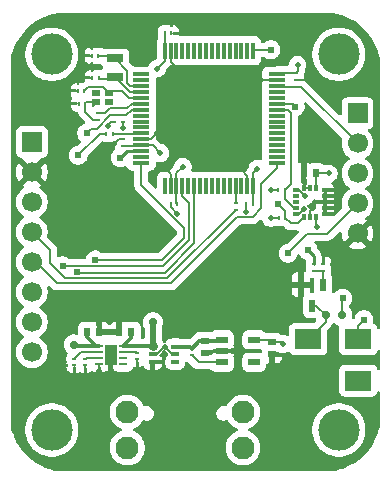
<source format=gbr>
%TF.GenerationSoftware,KiCad,Pcbnew,9.0.3*%
%TF.CreationDate,2025-09-02T10:47:08-04:00*%
%TF.ProjectId,simon,73696d6f-6e2e-46b6-9963-61645f706362,rev?*%
%TF.SameCoordinates,Original*%
%TF.FileFunction,Copper,L1,Top*%
%TF.FilePolarity,Positive*%
%FSLAX46Y46*%
G04 Gerber Fmt 4.6, Leading zero omitted, Abs format (unit mm)*
G04 Created by KiCad (PCBNEW 9.0.3) date 2025-09-02 10:47:08*
%MOMM*%
%LPD*%
G01*
G04 APERTURE LIST*
G04 Aperture macros list*
%AMRoundRect*
0 Rectangle with rounded corners*
0 $1 Rounding radius*
0 $2 $3 $4 $5 $6 $7 $8 $9 X,Y pos of 4 corners*
0 Add a 4 corners polygon primitive as box body*
4,1,4,$2,$3,$4,$5,$6,$7,$8,$9,$2,$3,0*
0 Add four circle primitives for the rounded corners*
1,1,$1+$1,$2,$3*
1,1,$1+$1,$4,$5*
1,1,$1+$1,$6,$7*
1,1,$1+$1,$8,$9*
0 Add four rect primitives between the rounded corners*
20,1,$1+$1,$2,$3,$4,$5,0*
20,1,$1+$1,$4,$5,$6,$7,0*
20,1,$1+$1,$6,$7,$8,$9,0*
20,1,$1+$1,$8,$9,$2,$3,0*%
G04 Aperture macros list end*
%TA.AperFunction,SMDPad,CuDef*%
%ADD10R,0.350000X0.250000*%
%TD*%
%TA.AperFunction,SMDPad,CuDef*%
%ADD11RoundRect,0.087500X-0.187500X-0.087500X0.187500X-0.087500X0.187500X0.087500X-0.187500X0.087500X0*%
%TD*%
%TA.AperFunction,SMDPad,CuDef*%
%ADD12RoundRect,0.087500X-0.087500X-0.187500X0.087500X-0.187500X0.087500X0.187500X-0.087500X0.187500X0*%
%TD*%
%TA.AperFunction,SMDPad,CuDef*%
%ADD13R,0.250000X0.350000*%
%TD*%
%TA.AperFunction,SMDPad,CuDef*%
%ADD14R,0.508000X1.117600*%
%TD*%
%TA.AperFunction,SMDPad,CuDef*%
%ADD15R,0.750000X0.600000*%
%TD*%
%TA.AperFunction,SMDPad,CuDef*%
%ADD16R,0.600000X0.700000*%
%TD*%
%TA.AperFunction,SMDPad,CuDef*%
%ADD17R,1.000000X0.599999*%
%TD*%
%TA.AperFunction,SMDPad,CuDef*%
%ADD18R,0.700000X0.600000*%
%TD*%
%TA.AperFunction,ComponentPad*%
%ADD19C,2.600000*%
%TD*%
%TA.AperFunction,ConnectorPad*%
%ADD20C,3.500000*%
%TD*%
%TA.AperFunction,SMDPad,CuDef*%
%ADD21R,1.475000X0.300000*%
%TD*%
%TA.AperFunction,SMDPad,CuDef*%
%ADD22R,0.300000X1.475000*%
%TD*%
%TA.AperFunction,SMDPad,CuDef*%
%ADD23R,0.711200X0.279400*%
%TD*%
%TA.AperFunction,SMDPad,CuDef*%
%ADD24R,0.990600X1.701800*%
%TD*%
%TA.AperFunction,SMDPad,CuDef*%
%ADD25RoundRect,0.150000X-0.150000X-0.200000X0.150000X-0.200000X0.150000X0.200000X-0.150000X0.200000X0*%
%TD*%
%TA.AperFunction,SMDPad,CuDef*%
%ADD26RoundRect,0.100000X-0.225000X-0.100000X0.225000X-0.100000X0.225000X0.100000X-0.225000X0.100000X0*%
%TD*%
%TA.AperFunction,SMDPad,CuDef*%
%ADD27R,2.250000X1.700000*%
%TD*%
%TA.AperFunction,SMDPad,CuDef*%
%ADD28R,1.400000X0.680000*%
%TD*%
%TA.AperFunction,ComponentPad*%
%ADD29C,1.950000*%
%TD*%
%TA.AperFunction,ComponentPad*%
%ADD30R,1.700000X1.700000*%
%TD*%
%TA.AperFunction,ComponentPad*%
%ADD31C,1.700000*%
%TD*%
%TA.AperFunction,ViaPad*%
%ADD32C,0.504800*%
%TD*%
%TA.AperFunction,ViaPad*%
%ADD33C,0.604800*%
%TD*%
%TA.AperFunction,ViaPad*%
%ADD34C,0.704800*%
%TD*%
%TA.AperFunction,Conductor*%
%ADD35C,0.152400*%
%TD*%
%TA.AperFunction,Conductor*%
%ADD36C,0.203200*%
%TD*%
%TA.AperFunction,Conductor*%
%ADD37C,0.304800*%
%TD*%
%TA.AperFunction,Conductor*%
%ADD38C,0.508000*%
%TD*%
%TA.AperFunction,Conductor*%
%ADD39C,0.762000*%
%TD*%
%TA.AperFunction,Conductor*%
%ADD40C,0.254000*%
%TD*%
G04 APERTURE END LIST*
D10*
%TO.P,R204,1*%
%TO.N,/power/3V7*%
X146920000Y-99920000D03*
%TO.P,R204,2*%
%TO.N,Net-(U202-EN)*%
X146920000Y-100470000D03*
%TD*%
D11*
%TO.P,U301,1,VDD_IO*%
%TO.N,3V3*%
X155737500Y-86505000D03*
%TO.P,U301,2,NC*%
%TO.N,unconnected-(U301-NC-Pad2)*%
X155737500Y-87005000D03*
%TO.P,U301,3,NC*%
%TO.N,unconnected-(U301-NC-Pad3)*%
X155737500Y-87505000D03*
%TO.P,U301,4,SPC*%
%TO.N,/IO/accel_scl*%
X155737500Y-88005000D03*
%TO.P,U301,5,GND*%
%TO.N,GND*%
X155737500Y-88505000D03*
D12*
%TO.P,U301,6,SDI*%
%TO.N,/IO/accel_sda*%
X156462500Y-88730000D03*
%TO.P,U301,7,SDO*%
%TO.N,GND*%
X156962500Y-88730000D03*
%TO.P,U301,8,CS*%
%TO.N,3V3*%
X157462500Y-88730000D03*
D11*
%TO.P,U301,9,INT2*%
%TO.N,GND*%
X158187500Y-88505000D03*
%TO.P,U301,10,GND*%
X158187500Y-88005000D03*
%TO.P,U301,11,INT1*%
X158187500Y-87505000D03*
%TO.P,U301,12,GND*%
X158187500Y-87005000D03*
%TO.P,U301,13,ADC3*%
X158187500Y-86505000D03*
D12*
%TO.P,U301,14,VDD*%
%TO.N,3V3*%
X157462500Y-86280000D03*
%TO.P,U301,15,ADC2*%
%TO.N,GND*%
X156962500Y-86280000D03*
%TO.P,U301,16,ADC1*%
X156462500Y-86280000D03*
%TD*%
D13*
%TO.P,C404,1*%
%TO.N,GND*%
X137295000Y-78090000D03*
%TO.P,C404,2*%
%TO.N,/mcu/OSC_IN*%
X137845000Y-78090000D03*
%TD*%
D10*
%TO.P,C410,1*%
%TO.N,GND*%
X141130000Y-82200000D03*
%TO.P,C410,2*%
%TO.N,3V3*%
X141130000Y-82750000D03*
%TD*%
D14*
%TO.P,Q301,1,G*%
%TO.N,Net-(Q301-G)*%
X158050001Y-94492000D03*
%TO.P,Q301,2,S*%
%TO.N,GND*%
X156149999Y-94492000D03*
%TO.P,Q301,3,D*%
%TO.N,Net-(D301-A)*%
X157100000Y-96270000D03*
%TD*%
D15*
%TO.P,Y402,1*%
%TO.N,Net-(C403-Pad2)*%
X138855000Y-79075000D03*
%TO.P,Y402,2*%
%TO.N,unconnected-(Y402-Pad2)*%
X139905000Y-79075000D03*
%TO.P,Y402,3*%
%TO.N,/mcu/OSC_IN*%
X139905000Y-78275000D03*
%TO.P,Y402,4*%
%TO.N,unconnected-(Y402-Pad4)*%
X138855000Y-78275000D03*
%TD*%
D13*
%TO.P,C401,1*%
%TO.N,GND*%
X138490000Y-76990000D03*
%TO.P,C401,2*%
%TO.N,/mcu/OSC32_OUT*%
X139040000Y-76990000D03*
%TD*%
%TO.P,C409,1*%
%TO.N,GND*%
X145205000Y-73200000D03*
%TO.P,C409,2*%
%TO.N,3V3*%
X144655000Y-73200000D03*
%TD*%
%TO.P,C403,1*%
%TO.N,GND*%
X137340000Y-79170000D03*
%TO.P,C403,2*%
%TO.N,Net-(C403-Pad2)*%
X137890000Y-79170000D03*
%TD*%
D16*
%TO.P,C202,1*%
%TO.N,GND*%
X140795000Y-98470000D03*
%TO.P,C202,2*%
%TO.N,/power/3V7_LIPO_EXT*%
X141795000Y-98470000D03*
%TD*%
D17*
%TO.P,U202,1,IN*%
%TO.N,/power/3V7*%
X149470000Y-99170001D03*
%TO.P,U202,2,GND*%
%TO.N,GND*%
X149470000Y-100120002D03*
%TO.P,U202,3,EN*%
%TO.N,Net-(U202-EN)*%
X149470000Y-101070000D03*
%TO.P,U202,4,NC*%
%TO.N,unconnected-(U202-NC-Pad4)*%
X152220000Y-101070000D03*
%TO.P,U202,5,OUT*%
%TO.N,3V3*%
X152220000Y-99170001D03*
%TD*%
D13*
%TO.P,R301,1*%
%TO.N,3V3*%
X154295000Y-88840000D03*
%TO.P,R301,2*%
%TO.N,/IO/accel_sda*%
X154845000Y-88840000D03*
%TD*%
D16*
%TO.P,C201,1*%
%TO.N,GND*%
X139095000Y-98470000D03*
%TO.P,C201,2*%
%TO.N,/power/5V*%
X138095000Y-98470000D03*
%TD*%
D18*
%TO.P,C203,1*%
%TO.N,/power/3V7*%
X148020000Y-99270000D03*
%TO.P,C203,2*%
%TO.N,GND*%
X148020000Y-100270000D03*
%TD*%
%TO.P,C204,1*%
%TO.N,GND*%
X153720000Y-100370000D03*
%TO.P,C204,2*%
%TO.N,3V3*%
X153720000Y-99370000D03*
%TD*%
D19*
%TO.P,N301,1*%
%TO.N,N/C*%
X135080000Y-75000000D03*
D20*
X135080000Y-75000000D03*
D19*
X135080000Y-106800000D03*
D20*
X135080000Y-106800000D03*
D19*
X159380000Y-75000000D03*
D20*
X159380000Y-75000000D03*
D19*
X159380000Y-106800000D03*
D20*
X159380000Y-106800000D03*
%TD*%
D13*
%TO.P,C407,1*%
%TO.N,GND*%
X151555000Y-87675000D03*
%TO.P,C407,2*%
%TO.N,3V3*%
X152105000Y-87675000D03*
%TD*%
%TO.P,R401,1*%
%TO.N,/IO/display_mosi*%
X139705000Y-81725000D03*
%TO.P,R401,2*%
%TO.N,Net-(U401A-PC3)*%
X140255000Y-81725000D03*
%TD*%
D10*
%TO.P,R304,1*%
%TO.N,Net-(Q301-G)*%
X158080000Y-93315000D03*
%TO.P,R304,2*%
%TO.N,GND*%
X158080000Y-92765000D03*
%TD*%
%TO.P,R203,1*%
%TO.N,Net-(U201-VSET)*%
X142295000Y-100270000D03*
%TO.P,R203,2*%
%TO.N,GND*%
X142295000Y-100820000D03*
%TD*%
%TO.P,C405,1*%
%TO.N,GND*%
X141130000Y-80725000D03*
%TO.P,C405,2*%
%TO.N,/mcu/NRST*%
X141130000Y-80175000D03*
%TD*%
D21*
%TO.P,U401,1,VBAT*%
%TO.N,unconnected-(U401B-VBAT-Pad1)*%
X142642000Y-76687000D03*
%TO.P,U401,2,PC13*%
%TO.N,unconnected-(U401A-PC13-Pad2)*%
X142642000Y-77187000D03*
%TO.P,U401,3,PC14*%
%TO.N,/mcu/OSC32_IN*%
X142642000Y-77687000D03*
%TO.P,U401,4,PC15*%
%TO.N,/mcu/OSC32_OUT*%
X142642000Y-78187000D03*
%TO.P,U401,5,PH0*%
%TO.N,/mcu/OSC_IN*%
X142642000Y-78687000D03*
%TO.P,U401,6,PH1*%
%TO.N,/mcu/OSC_OUT*%
X142642000Y-79187000D03*
%TO.P,U401,7,NRST*%
%TO.N,/mcu/NRST*%
X142642000Y-79687000D03*
%TO.P,U401,8,PC0*%
%TO.N,unconnected-(U401A-PC0-Pad8)*%
X142642000Y-80187000D03*
%TO.P,U401,9,PC1*%
%TO.N,unconnected-(U401A-PC1-Pad9)*%
X142642000Y-80687000D03*
%TO.P,U401,10,PC2*%
%TO.N,unconnected-(U401A-PC2-Pad10)*%
X142642000Y-81187000D03*
%TO.P,U401,11,PC3*%
%TO.N,Net-(U401A-PC3)*%
X142642000Y-81687000D03*
%TO.P,U401,12,VSSA/VREF-*%
%TO.N,GND*%
X142642000Y-82187000D03*
%TO.P,U401,13,VDDA/VREF+*%
%TO.N,3V3*%
X142642000Y-82687000D03*
%TO.P,U401,14,PA0*%
%TO.N,/IO/buzzer_pwm*%
X142642000Y-83187000D03*
%TO.P,U401,15,PA1*%
%TO.N,unconnected-(U401A-PA1-Pad15)*%
X142642000Y-83687000D03*
%TO.P,U401,16,PA2*%
%TO.N,/IO/display_bl*%
X142642000Y-84187000D03*
D22*
%TO.P,U401,17,PA3*%
%TO.N,unconnected-(U401A-PA3-Pad17)*%
X144630000Y-86175000D03*
%TO.P,U401,18,VSS*%
%TO.N,GND*%
X145130000Y-86175000D03*
%TO.P,U401,19,VDD*%
%TO.N,3V3*%
X145630000Y-86175000D03*
%TO.P,U401,20,PA4*%
%TO.N,/IO/display_dc*%
X146130000Y-86175000D03*
%TO.P,U401,21,PA5*%
%TO.N,unconnected-(U401A-PA5-Pad21)*%
X146630000Y-86175000D03*
%TO.P,U401,22,PA6*%
%TO.N,/IO/display_nrst*%
X147130000Y-86175000D03*
%TO.P,U401,23,PA7*%
%TO.N,unconnected-(U401A-PA7-Pad23)*%
X147630000Y-86175000D03*
%TO.P,U401,24,PC4*%
%TO.N,unconnected-(U401A-PC4-Pad24)*%
X148130000Y-86175000D03*
%TO.P,U401,25,PC5*%
%TO.N,unconnected-(U401A-PC5-Pad25)*%
X148630000Y-86175000D03*
%TO.P,U401,26,PB0*%
%TO.N,unconnected-(U401A-PB0-Pad26)*%
X149130000Y-86175000D03*
%TO.P,U401,27,PB1*%
%TO.N,unconnected-(U401A-PB1-Pad27)*%
X149630000Y-86175000D03*
%TO.P,U401,28,PB2*%
%TO.N,unconnected-(U401A-PB2-Pad28)*%
X150130000Y-86175000D03*
%TO.P,U401,29,PB10*%
%TO.N,Net-(U401A-PB10)*%
X150630000Y-86175000D03*
%TO.P,U401,30,PB11*%
%TO.N,unconnected-(U401A-PB11-Pad30)*%
X151130000Y-86175000D03*
%TO.P,U401,31,VSS*%
%TO.N,GND*%
X151630000Y-86175000D03*
%TO.P,U401,32,VDD*%
%TO.N,3V3*%
X152130000Y-86175000D03*
D21*
%TO.P,U401,33,PB12*%
%TO.N,/IO/display_cs_n*%
X154118000Y-84187000D03*
%TO.P,U401,34,PB13*%
%TO.N,unconnected-(U401A-PB13-Pad34)*%
X154118000Y-83687000D03*
%TO.P,U401,35,PB14*%
%TO.N,unconnected-(U401A-PB14-Pad35)*%
X154118000Y-83187000D03*
%TO.P,U401,36,PB15*%
%TO.N,unconnected-(U401A-PB15-Pad36)*%
X154118000Y-82687000D03*
%TO.P,U401,37,PC6*%
%TO.N,unconnected-(U401A-PC6-Pad37)*%
X154118000Y-82187000D03*
%TO.P,U401,38,PC7*%
%TO.N,unconnected-(U401A-PC7-Pad38)*%
X154118000Y-81687000D03*
%TO.P,U401,39,PC8*%
%TO.N,unconnected-(U401A-PC8-Pad39)*%
X154118000Y-81187000D03*
%TO.P,U401,40,PC9*%
%TO.N,unconnected-(U401A-PC9-Pad40)*%
X154118000Y-80687000D03*
%TO.P,U401,41,PA8*%
%TO.N,unconnected-(U401A-PA8-Pad41)*%
X154118000Y-80187000D03*
%TO.P,U401,42,PA9*%
%TO.N,/IO/accel_scl*%
X154118000Y-79687000D03*
%TO.P,U401,43,PA10*%
%TO.N,/IO/accel_sda*%
X154118000Y-79187000D03*
%TO.P,U401,44,PA11*%
%TO.N,unconnected-(U401A-PA11-Pad44)*%
X154118000Y-78687000D03*
%TO.P,U401,45,PA12*%
%TO.N,unconnected-(U401A-PA12-Pad45)*%
X154118000Y-78187000D03*
%TO.P,U401,46,PA13*%
%TO.N,/mcu/SWDIO*%
X154118000Y-77687000D03*
%TO.P,U401,47,VSS*%
%TO.N,GND*%
X154118000Y-77187000D03*
%TO.P,U401,48,VDDUSB*%
%TO.N,3V3*%
X154118000Y-76687000D03*
D22*
%TO.P,U401,49,PA14*%
%TO.N,/mcu/SWCLK*%
X152130000Y-74699000D03*
%TO.P,U401,50,PA15*%
%TO.N,unconnected-(U401A-PA15-Pad50)*%
X151630000Y-74699000D03*
%TO.P,U401,51,PC10*%
%TO.N,unconnected-(U401A-PC10-Pad51)*%
X151130000Y-74699000D03*
%TO.P,U401,52,PC11*%
%TO.N,unconnected-(U401A-PC11-Pad52)*%
X150630000Y-74699000D03*
%TO.P,U401,53,PC12*%
%TO.N,unconnected-(U401A-PC12-Pad53)*%
X150130000Y-74699000D03*
%TO.P,U401,54,PD2*%
%TO.N,unconnected-(U401A-PD2-Pad54)*%
X149630000Y-74699000D03*
%TO.P,U401,55,PB3*%
%TO.N,unconnected-(U401A-PB3-Pad55)*%
X149130000Y-74699000D03*
%TO.P,U401,56,PB4*%
%TO.N,unconnected-(U401A-PB4-Pad56)*%
X148630000Y-74699000D03*
%TO.P,U401,57,PB5*%
%TO.N,unconnected-(U401A-PB5-Pad57)*%
X148130000Y-74699000D03*
%TO.P,U401,58,PB6*%
%TO.N,unconnected-(U401A-PB6-Pad58)*%
X147630000Y-74699000D03*
%TO.P,U401,59,PB7*%
%TO.N,unconnected-(U401A-PB7-Pad59)*%
X147130000Y-74699000D03*
%TO.P,U401,60,PH3*%
%TO.N,unconnected-(U401A-PH3-Pad60)*%
X146630000Y-74699000D03*
%TO.P,U401,61,PB8*%
%TO.N,unconnected-(U401A-PB8-Pad61)*%
X146130000Y-74699000D03*
%TO.P,U401,62,PB9*%
%TO.N,unconnected-(U401A-PB9-Pad62)*%
X145630000Y-74699000D03*
%TO.P,U401,63,VSS*%
%TO.N,GND*%
X145130000Y-74699000D03*
%TO.P,U401,64,VDD*%
%TO.N,3V3*%
X144630000Y-74699000D03*
%TD*%
D13*
%TO.P,C402,1*%
%TO.N,GND*%
X138475000Y-75120000D03*
%TO.P,C402,2*%
%TO.N,/mcu/OSC32_IN*%
X139025000Y-75120000D03*
%TD*%
D23*
%TO.P,U201,1,IN*%
%TO.N,/power/5V*%
X139091700Y-99719811D03*
%TO.P,U201,2,ISET*%
%TO.N,Net-(U201-ISET)*%
X139091700Y-100219937D03*
%TO.P,U201,3,BIAS*%
%TO.N,Net-(U201-BIAS)*%
X139091700Y-100720063D03*
%TO.P,U201,4,GND*%
%TO.N,GND*%
X139091700Y-101220189D03*
%TO.P,U201,5,STAT*%
%TO.N,unconnected-(U201-STAT-Pad5)*%
X141098300Y-101220189D03*
%TO.P,U201,6,PG\u002A*%
%TO.N,unconnected-(U201-PG\u002A-Pad6)*%
X141098300Y-100720063D03*
%TO.P,U201,7,VSET*%
%TO.N,Net-(U201-VSET)*%
X141098300Y-100219937D03*
%TO.P,U201,8,OUT*%
%TO.N,/power/3V7_LIPO_EXT*%
X141098300Y-99719811D03*
D24*
%TO.P,U201,9,GND*%
%TO.N,GND*%
X140095000Y-100470000D03*
%TD*%
D25*
%TO.P,D301,1,K*%
%TO.N,3V3*%
X159667500Y-97100000D03*
%TO.P,D301,2,A*%
%TO.N,Net-(D301-A)*%
X158267500Y-97100000D03*
%TD*%
D10*
%TO.P,C408,1*%
%TO.N,GND*%
X155730000Y-77150000D03*
%TO.P,C408,2*%
%TO.N,3V3*%
X155730000Y-76600000D03*
%TD*%
%TO.P,R202,1*%
%TO.N,Net-(U201-BIAS)*%
X137895000Y-100770000D03*
%TO.P,R202,2*%
%TO.N,GND*%
X137895000Y-101320000D03*
%TD*%
%TO.P,R201,1*%
%TO.N,Net-(U201-ISET)*%
X136995000Y-100770000D03*
%TO.P,R201,2*%
%TO.N,GND*%
X136995000Y-101320000D03*
%TD*%
%TO.P,R303,1*%
%TO.N,Net-(Q301-G)*%
X157260000Y-93310000D03*
%TO.P,R303,2*%
%TO.N,/IO/buzzer_pwm*%
X157260000Y-92760000D03*
%TD*%
D26*
%TO.P,U203,1,VIN*%
%TO.N,/power/3V7_LIPO_EXT*%
X143620000Y-99745000D03*
%TO.P,U203,2,GND*%
%TO.N,GND*%
X143620000Y-100395000D03*
%TO.P,U203,3,~{CE}*%
X143620000Y-101045000D03*
%TO.P,U203,4,NC*%
%TO.N,unconnected-(U203-NC-Pad4)*%
X145520000Y-101045000D03*
%TO.P,U203,5,ST*%
%TO.N,GND*%
X145520000Y-100395000D03*
%TO.P,U203,6,VOUT*%
%TO.N,/power/3V7*%
X145520000Y-99745000D03*
%TD*%
D10*
%TO.P,R403,1*%
%TO.N,Net-(U401A-PB10)*%
X150630000Y-87625000D03*
%TO.P,R403,2*%
%TO.N,/IO/display_sclk*%
X150630000Y-88175000D03*
%TD*%
D16*
%TO.P,C301,1*%
%TO.N,GND*%
X156437500Y-85080000D03*
%TO.P,C301,2*%
%TO.N,3V3*%
X157437500Y-85080000D03*
%TD*%
D27*
%TO.P,LS301,+*%
%TO.N,3V3*%
X161020000Y-99120000D03*
%TO.P,LS301,-*%
%TO.N,Net-(D301-A)*%
X156770000Y-99120000D03*
%TO.P,LS301,S1*%
%TO.N,N/C*%
X161020000Y-102620000D03*
%TD*%
D10*
%TO.P,R402,1*%
%TO.N,Net-(C403-Pad2)*%
X138950000Y-80550000D03*
%TO.P,R402,2*%
%TO.N,/mcu/OSC_OUT*%
X138950000Y-80000000D03*
%TD*%
D13*
%TO.P,R302,1*%
%TO.N,3V3*%
X154255000Y-86510000D03*
%TO.P,R302,2*%
%TO.N,/IO/accel_scl*%
X154805000Y-86510000D03*
%TD*%
D10*
%TO.P,R404,1*%
%TO.N,3V3*%
X140330000Y-80725000D03*
%TO.P,R404,2*%
%TO.N,/mcu/NRST*%
X140330000Y-80175000D03*
%TD*%
D28*
%TO.P,Y401,1*%
%TO.N,/mcu/OSC32_OUT*%
X140430000Y-76925000D03*
%TO.P,Y401,2*%
%TO.N,/mcu/OSC32_IN*%
X140430000Y-75345000D03*
%TD*%
D13*
%TO.P,C406,1*%
%TO.N,GND*%
X145155000Y-87675000D03*
%TO.P,C406,2*%
%TO.N,3V3*%
X145705000Y-87675000D03*
%TD*%
D29*
%TO.P,J201,*%
%TO.N,*%
X151265000Y-108295000D03*
X151265000Y-105295000D03*
X141475000Y-108295000D03*
X141475000Y-105295000D03*
%TD*%
D30*
%TO.P,J301,1,Pin_1*%
%TO.N,3V3*%
X133390000Y-82420000D03*
D31*
%TO.P,J301,2,Pin_2*%
%TO.N,GND*%
X133390000Y-84960000D03*
%TO.P,J301,3,Pin_3*%
%TO.N,/IO/display_mosi*%
X133390000Y-87500000D03*
%TO.P,J301,4,Pin_4*%
%TO.N,/IO/display_sclk*%
X133390000Y-90040000D03*
%TO.P,J301,5,Pin_5*%
%TO.N,/IO/display_cs_n*%
X133390000Y-92580000D03*
%TO.P,J301,6,Pin_6*%
%TO.N,/IO/display_dc*%
X133390000Y-95120000D03*
%TO.P,J301,7,Pin_7*%
%TO.N,/IO/display_nrst*%
X133390000Y-97660000D03*
%TO.P,J301,8,Pin_8*%
%TO.N,/IO/display_bl*%
X133390000Y-100200000D03*
%TD*%
D30*
%TO.P,J401,1,Pin_1*%
%TO.N,3V3*%
X160960000Y-80000000D03*
D31*
%TO.P,J401,2,Pin_2*%
%TO.N,/mcu/SWDIO*%
X160960000Y-82540000D03*
%TO.P,J401,3,Pin_3*%
%TO.N,/mcu/SWCLK*%
X160960000Y-85080000D03*
%TO.P,J401,4,Pin_4*%
%TO.N,/mcu/NRST*%
X160960000Y-87620000D03*
%TO.P,J401,5,Pin_5*%
%TO.N,GND*%
X160960000Y-90160000D03*
%TD*%
D32*
%TO.N,GND*%
X145655000Y-76165000D03*
X139100000Y-101820000D03*
X144530000Y-84550000D03*
X157200000Y-88000000D03*
X156990000Y-77160000D03*
X144020000Y-81630000D03*
X144650000Y-99810000D03*
X151070000Y-84730000D03*
X140360000Y-82570000D03*
X145712158Y-88477842D03*
X151550000Y-88314400D03*
X156402377Y-88101000D03*
X141140000Y-81269400D03*
X152640000Y-77180000D03*
%TO.N,3V3*%
X143990000Y-76200000D03*
X146160000Y-84530000D03*
X139811358Y-81041358D03*
X158530000Y-85080000D03*
X152480000Y-84680000D03*
X153610000Y-88850000D03*
X154630000Y-99520000D03*
X153600000Y-86490000D03*
X144270000Y-83350000D03*
X155880000Y-75880000D03*
X157490000Y-89620000D03*
D33*
X159700000Y-95630000D03*
X161500000Y-97480000D03*
D32*
X156520000Y-87000000D03*
D34*
%TO.N,/power/5V*%
X136940000Y-99570000D03*
%TO.N,/power/3V7_LIPO_EXT*%
X143630000Y-97690000D03*
D33*
%TO.N,/mcu/SWCLK*%
X153620000Y-74620000D03*
%TO.N,/IO/display_dc*%
X136000000Y-92910000D03*
%TO.N,/IO/display_nrst*%
X137230000Y-93442762D03*
%TO.N,/IO/accel_sda*%
X155670000Y-79440000D03*
X154240000Y-87700000D03*
%TO.N,/IO/buzzer_pwm*%
X156795000Y-91605000D03*
X140870000Y-83740000D03*
%TO.N,/IO/display_bl*%
X138770000Y-92410000D03*
%TO.N,/mcu/NRST*%
X155080000Y-91830000D03*
X138040000Y-81670000D03*
%TO.N,/IO/display_mosi*%
X137320000Y-83530000D03*
%TD*%
D35*
%TO.N,GND*%
X145520000Y-100395000D02*
X145235000Y-100395000D01*
X145130000Y-75640000D02*
X145130000Y-74699000D01*
X144015000Y-100395000D02*
X143620000Y-100395000D01*
D36*
X145155000Y-87920684D02*
X145712158Y-88477842D01*
D35*
X156962500Y-88237500D02*
X157200000Y-88000000D01*
X152647000Y-77187000D02*
X152640000Y-77180000D01*
X144650000Y-99810000D02*
X144600000Y-99810000D01*
X151555000Y-87675000D02*
X151555000Y-88309400D01*
X151630000Y-85290000D02*
X151070000Y-84730000D01*
X155998377Y-88505000D02*
X156402377Y-88101000D01*
X145130000Y-86175000D02*
X145130000Y-85150000D01*
X140730000Y-82200000D02*
X140360000Y-82570000D01*
X141130000Y-80725000D02*
X141130000Y-81259400D01*
D36*
X144020000Y-81630000D02*
X143463000Y-82187000D01*
X156570000Y-77160000D02*
X156560000Y-77150000D01*
D35*
X145235000Y-100395000D02*
X144650000Y-99810000D01*
X151630000Y-86175000D02*
X151630000Y-85290000D01*
D36*
X142629000Y-82200000D02*
X142642000Y-82187000D01*
D35*
X144600000Y-99810000D02*
X144015000Y-100395000D01*
X155737500Y-88505000D02*
X155998377Y-88505000D01*
D36*
X156560000Y-77150000D02*
X155730000Y-77150000D01*
X155693000Y-77187000D02*
X155730000Y-77150000D01*
D35*
X141130000Y-82200000D02*
X140730000Y-82200000D01*
D36*
X145155000Y-87675000D02*
X145155000Y-87920684D01*
D35*
X139091700Y-101220189D02*
X139091700Y-101811700D01*
X156962500Y-88730000D02*
X156962500Y-88237500D01*
X156608499Y-88101000D02*
X156402377Y-88101000D01*
X145655000Y-76165000D02*
X145130000Y-75640000D01*
D36*
X143463000Y-82187000D02*
X142642000Y-82187000D01*
X156990000Y-77160000D02*
X156570000Y-77160000D01*
D35*
X156962500Y-86280000D02*
X156462500Y-86280000D01*
D36*
X145130000Y-87650000D02*
X145155000Y-87675000D01*
D35*
X145130000Y-85150000D02*
X144530000Y-84550000D01*
X141130000Y-81259400D02*
X141140000Y-81269400D01*
X139091700Y-101811700D02*
X139100000Y-101820000D01*
X154118000Y-77187000D02*
X152647000Y-77187000D01*
X151555000Y-88309400D02*
X151550000Y-88314400D01*
D36*
%TO.N,3V3*%
X144630000Y-74699000D02*
X144630000Y-73225000D01*
D35*
X140330000Y-80725000D02*
X140127716Y-80725000D01*
X156025000Y-86505000D02*
X156520000Y-87000000D01*
X157462500Y-85105000D02*
X157437500Y-85080000D01*
D36*
X152130000Y-86175000D02*
X152130000Y-85030000D01*
D35*
X145630000Y-87600000D02*
X145705000Y-87675000D01*
D36*
X155880000Y-76450000D02*
X155730000Y-76600000D01*
D35*
X140127716Y-80725000D02*
X139811358Y-81041358D01*
X153720000Y-99370000D02*
X154480000Y-99370000D01*
X157462500Y-88730000D02*
X157462500Y-89592500D01*
D36*
X152105000Y-86200000D02*
X152130000Y-86175000D01*
X144630000Y-75560000D02*
X143990000Y-76200000D01*
X152130000Y-87650000D02*
X152105000Y-87675000D01*
D35*
X141130000Y-82750000D02*
X142579000Y-82750000D01*
D36*
X159667500Y-97100000D02*
X159667500Y-95662500D01*
D35*
X155737500Y-86505000D02*
X156025000Y-86505000D01*
X143607000Y-82687000D02*
X144270000Y-83350000D01*
X153620000Y-86510000D02*
X153600000Y-86490000D01*
D36*
X152130000Y-86175000D02*
X152130000Y-87650000D01*
D35*
X142642000Y-82687000D02*
X143607000Y-82687000D01*
X157437500Y-85080000D02*
X158530000Y-85080000D01*
D36*
X152130000Y-85030000D02*
X152480000Y-84680000D01*
X161020000Y-97960000D02*
X161500000Y-97480000D01*
D35*
X153620000Y-88840000D02*
X153610000Y-88850000D01*
D36*
X155880000Y-75880000D02*
X155880000Y-76450000D01*
D35*
X157462500Y-89592500D02*
X157490000Y-89620000D01*
X154480000Y-99370000D02*
X154630000Y-99520000D01*
X142579000Y-82750000D02*
X142642000Y-82687000D01*
X145630000Y-86175000D02*
X145630000Y-87600000D01*
D36*
X155730000Y-76600000D02*
X154205000Y-76600000D01*
D35*
X145630000Y-86175000D02*
X145630000Y-85060000D01*
X154255000Y-86510000D02*
X153620000Y-86510000D01*
D36*
X144630000Y-74699000D02*
X144630000Y-75560000D01*
D35*
X145630000Y-85060000D02*
X146160000Y-84530000D01*
D36*
X144630000Y-73225000D02*
X144655000Y-73200000D01*
D35*
X157462500Y-86280000D02*
X157462500Y-85105000D01*
D36*
X154205000Y-76600000D02*
X154118000Y-76687000D01*
D35*
X154295000Y-88840000D02*
X153620000Y-88840000D01*
X152220000Y-99170001D02*
X153520001Y-99170001D01*
D36*
X159667500Y-95662500D02*
X159700000Y-95630000D01*
X144655000Y-74674000D02*
X144630000Y-74699000D01*
X161020000Y-99120000D02*
X161020000Y-97960000D01*
D35*
X153520001Y-99170001D02*
X153720000Y-99370000D01*
D37*
%TO.N,/power/5V*%
X138095000Y-98965000D02*
X138095000Y-98470000D01*
X139091700Y-99719811D02*
X138849811Y-99719811D01*
X137089811Y-99719811D02*
X139091700Y-99719811D01*
X138849811Y-99719811D02*
X138095000Y-98965000D01*
X136940000Y-99570000D02*
X137089811Y-99719811D01*
D38*
%TO.N,/power/3V7_LIPO_EXT*%
X143680000Y-97740000D02*
X143680000Y-99685000D01*
D37*
X141098300Y-99719811D02*
X141795000Y-99023111D01*
D38*
X143630000Y-97690000D02*
X143680000Y-97740000D01*
D37*
X141795000Y-99023111D02*
X141795000Y-98470000D01*
D39*
X143653600Y-99711400D02*
X143620000Y-99711400D01*
D37*
X141098300Y-99719811D02*
X143594811Y-99719811D01*
X143594811Y-99719811D02*
X143620000Y-99745000D01*
D39*
X143680000Y-99685000D02*
X143653600Y-99711400D01*
D37*
%TO.N,/power/3V7*%
X146920000Y-99920000D02*
X147570000Y-99270000D01*
X148020000Y-99270000D02*
X149370001Y-99270000D01*
X146745000Y-99745000D02*
X146920000Y-99920000D01*
X149370001Y-99270000D02*
X149470000Y-99170001D01*
X145520000Y-99745000D02*
X146745000Y-99745000D01*
X147570000Y-99270000D02*
X148020000Y-99270000D01*
D36*
%TO.N,/mcu/SWCLK*%
X153620000Y-74620000D02*
X152209000Y-74620000D01*
X152209000Y-74620000D02*
X152130000Y-74699000D01*
%TO.N,/mcu/SWDIO*%
X154171000Y-77740000D02*
X154118000Y-77687000D01*
X156160000Y-77740000D02*
X154171000Y-77740000D01*
X160960000Y-82540000D02*
X156160000Y-77740000D01*
%TO.N,/IO/display_cs_n*%
X152080000Y-88770000D02*
X150790000Y-88770000D01*
X152820000Y-88030000D02*
X152080000Y-88770000D01*
X135395000Y-94265000D02*
X133710000Y-92580000D01*
X154118000Y-84662000D02*
X152820000Y-85960000D01*
X154118000Y-84187000D02*
X154118000Y-84662000D01*
X152820000Y-85960000D02*
X152820000Y-88030000D01*
X135500000Y-94370000D02*
X135395000Y-94265000D01*
X145190000Y-94370000D02*
X135500000Y-94370000D01*
X150790000Y-88770000D02*
X145190000Y-94370000D01*
X133710000Y-92580000D02*
X133390000Y-92580000D01*
%TO.N,/IO/display_dc*%
X144490000Y-92920000D02*
X136010000Y-92920000D01*
X146130000Y-86175000D02*
X146130000Y-87030000D01*
X146130000Y-87030000D02*
X146680000Y-87580000D01*
X136010000Y-92920000D02*
X136000000Y-92910000D01*
X146680000Y-90730000D02*
X144490000Y-92920000D01*
X146680000Y-87580000D02*
X146680000Y-90730000D01*
%TO.N,/IO/display_nrst*%
X147130000Y-90984200D02*
X147130000Y-86175000D01*
X137230000Y-93442762D02*
X137239601Y-93433161D01*
X144634200Y-93480000D02*
X137267238Y-93480000D01*
X137267238Y-93480000D02*
X137230000Y-93442762D01*
X144634200Y-93480000D02*
X147130000Y-90984200D01*
%TO.N,/IO/accel_scl*%
X154805000Y-87262452D02*
X154805000Y-86510000D01*
X155547548Y-88005000D02*
X154805000Y-87262452D01*
X155737500Y-88005000D02*
X155722500Y-88020000D01*
X155058700Y-79687000D02*
X154118000Y-79687000D01*
X155310000Y-86005000D02*
X155310000Y-79938300D01*
X155310000Y-79938300D02*
X155058700Y-79687000D01*
X154805000Y-86510000D02*
X155310000Y-86005000D01*
X155737500Y-88005000D02*
X155547548Y-88005000D01*
%TO.N,/IO/accel_sda*%
X155670000Y-79440000D02*
X155460000Y-79230000D01*
X154510000Y-87950000D02*
X154845000Y-88285000D01*
X155305000Y-89300000D02*
X155892500Y-89300000D01*
X154490000Y-87950000D02*
X154510000Y-87950000D01*
X154161000Y-79230000D02*
X154118000Y-79187000D01*
X155460000Y-79230000D02*
X154161000Y-79230000D01*
X154845000Y-88840000D02*
X155305000Y-89300000D01*
X154845000Y-88285000D02*
X154845000Y-88840000D01*
X154240000Y-87700000D02*
X154490000Y-87950000D01*
X156462500Y-88730000D02*
X155892500Y-89300000D01*
D40*
%TO.N,/IO/buzzer_pwm*%
X157260000Y-92070000D02*
X157260000Y-92760000D01*
X140870000Y-83740000D02*
X141423000Y-83187000D01*
X141423000Y-83187000D02*
X142642000Y-83187000D01*
X156795000Y-91605000D02*
X157260000Y-92070000D01*
D36*
%TO.N,/IO/display_bl*%
X146260000Y-89670000D02*
X142642000Y-86052000D01*
X144370000Y-92440000D02*
X146260000Y-90550000D01*
X139500000Y-92430000D02*
X139820000Y-92430000D01*
X138770000Y-92410000D02*
X139480000Y-92410000D01*
X139480000Y-92410000D02*
X139500000Y-92430000D01*
X139830000Y-92440000D02*
X144370000Y-92440000D01*
X142642000Y-86052000D02*
X142642000Y-84187000D01*
X146260000Y-90550000D02*
X146260000Y-89670000D01*
X139820000Y-92430000D02*
X139830000Y-92440000D01*
%TO.N,/mcu/NRST*%
X156720000Y-90190000D02*
X155080000Y-91830000D01*
X141846100Y-79687000D02*
X142642000Y-79687000D01*
X141358100Y-80175000D02*
X141846100Y-79687000D01*
X141130000Y-80175000D02*
X141358100Y-80175000D01*
X138420000Y-81290000D02*
X138918400Y-81290000D01*
X158390000Y-90190000D02*
X156720000Y-90190000D01*
X140033400Y-80175000D02*
X140330000Y-80175000D01*
X138918400Y-81290000D02*
X140033400Y-80175000D01*
X160960000Y-87620000D02*
X158390000Y-90190000D01*
X140330000Y-80175000D02*
X141130000Y-80175000D01*
X138040000Y-81670000D02*
X138420000Y-81290000D01*
%TO.N,/mcu/OSC32_OUT*%
X140285000Y-77070000D02*
X140430000Y-76925000D01*
X141692000Y-78187000D02*
X140430000Y-76925000D01*
X139055000Y-77070000D02*
X140285000Y-77070000D01*
X142642000Y-78187000D02*
X141692000Y-78187000D01*
%TO.N,/mcu/OSC32_IN*%
X141470000Y-76385000D02*
X140430000Y-75345000D01*
X141470000Y-77455700D02*
X141470000Y-76385000D01*
X139055000Y-75120000D02*
X140205000Y-75120000D01*
X142642000Y-77687000D02*
X141701300Y-77687000D01*
X141701300Y-77687000D02*
X141470000Y-77455700D01*
X140205000Y-75120000D02*
X140430000Y-75345000D01*
%TO.N,/mcu/OSC_IN*%
X141030000Y-78075000D02*
X141642000Y-78687000D01*
X140105000Y-78075000D02*
X139905000Y-78275000D01*
X140980000Y-78075000D02*
X140105000Y-78075000D01*
D35*
X137845000Y-78090000D02*
X138138800Y-77796200D01*
X138138800Y-77796200D02*
X139426200Y-77796200D01*
D36*
X140980000Y-78075000D02*
X141030000Y-78075000D01*
D35*
X139426200Y-77796200D02*
X139905000Y-78275000D01*
D36*
X141642000Y-78687000D02*
X142642000Y-78687000D01*
%TO.N,/mcu/OSC_OUT*%
X140000800Y-79579200D02*
X139580000Y-80000000D01*
X139580000Y-80000000D02*
X138950000Y-80000000D01*
X141453900Y-79579200D02*
X141846100Y-79187000D01*
X141846100Y-79187000D02*
X142642000Y-79187000D01*
X140000800Y-79579200D02*
X141453900Y-79579200D01*
D35*
%TO.N,Net-(C403-Pad2)*%
X137890000Y-79880000D02*
X137890000Y-79170000D01*
D36*
X138855000Y-79075000D02*
X138855000Y-79170000D01*
X138855000Y-79075000D02*
X137985000Y-79075000D01*
X137985000Y-79075000D02*
X137890000Y-79170000D01*
X138580000Y-79350000D02*
X138855000Y-79075000D01*
D35*
X138560000Y-80550000D02*
X137890000Y-79880000D01*
X138950000Y-80550000D02*
X138560000Y-80550000D01*
D36*
%TO.N,Net-(D301-A)*%
X157100000Y-96270000D02*
X157437500Y-96270000D01*
X158267500Y-97622500D02*
X158267500Y-97100000D01*
X157437500Y-96270000D02*
X158267500Y-97100000D01*
X156770000Y-99120000D02*
X158267500Y-97622500D01*
%TO.N,Net-(Q301-G)*%
X157265000Y-93315000D02*
X157260000Y-93310000D01*
X158080000Y-94462001D02*
X158050001Y-94492000D01*
X158080000Y-93315000D02*
X158080000Y-94462001D01*
X158080000Y-93315000D02*
X157265000Y-93315000D01*
%TO.N,Net-(U201-ISET)*%
X137545063Y-100219937D02*
X136995000Y-100770000D01*
X139091700Y-100219937D02*
X137545063Y-100219937D01*
%TO.N,Net-(U201-BIAS)*%
X137944937Y-100720063D02*
X137895000Y-100770000D01*
X139091700Y-100720063D02*
X137944937Y-100720063D01*
%TO.N,Net-(U201-VSET)*%
X142244937Y-100219937D02*
X142295000Y-100270000D01*
X141098300Y-100219937D02*
X142244937Y-100219937D01*
%TO.N,Net-(U202-EN)*%
X147520000Y-101070000D02*
X146920000Y-100470000D01*
X149470000Y-101070000D02*
X147520000Y-101070000D01*
%TO.N,/IO/display_sclk*%
X144366628Y-93948362D02*
X136208362Y-93948362D01*
X144375766Y-93957500D02*
X144366628Y-93948362D01*
X150630000Y-88175000D02*
X144847500Y-93957500D01*
X136208362Y-93948362D02*
X134950000Y-92690000D01*
X134950000Y-91600000D02*
X133390000Y-90040000D01*
X144847500Y-93957500D02*
X144375766Y-93957500D01*
X134950000Y-92690000D02*
X134950000Y-91600000D01*
%TO.N,/IO/display_mosi*%
X137320000Y-83530000D02*
X139125000Y-81725000D01*
X139125000Y-81725000D02*
X139705000Y-81725000D01*
%TO.N,Net-(U401A-PC3)*%
X142604000Y-81725000D02*
X142642000Y-81687000D01*
X140255000Y-81725000D02*
X142604000Y-81725000D01*
%TO.N,Net-(U401A-PB10)*%
X150630000Y-87625000D02*
X150630000Y-86175000D01*
%TD*%
%TA.AperFunction,Conductor*%
%TO.N,GND*%
G36*
X158967201Y-71503139D02*
G01*
X159179000Y-71547548D01*
X159185622Y-71549128D01*
X159254576Y-71567604D01*
X159257787Y-71568512D01*
X159583169Y-71665383D01*
X159590157Y-71667692D01*
X159644056Y-71687310D01*
X159646678Y-71688299D01*
X159976425Y-71816967D01*
X159983729Y-71820089D01*
X160014837Y-71834595D01*
X160016641Y-71835458D01*
X160354902Y-72000823D01*
X160363883Y-72005683D01*
X160710070Y-72211966D01*
X160718638Y-72217564D01*
X161046593Y-72451719D01*
X161054668Y-72458005D01*
X161301962Y-72667452D01*
X161362155Y-72718433D01*
X161369695Y-72725374D01*
X161654625Y-73010304D01*
X161661566Y-73017844D01*
X161920652Y-73323747D01*
X161921989Y-73325325D01*
X161928284Y-73333412D01*
X162162431Y-73661355D01*
X162168037Y-73669935D01*
X162374309Y-74016105D01*
X162379186Y-74025119D01*
X162544467Y-74363206D01*
X162545450Y-74365262D01*
X162559902Y-74396255D01*
X162563036Y-74403584D01*
X162691691Y-74733300D01*
X162692696Y-74735964D01*
X162712299Y-74789822D01*
X162714622Y-74796851D01*
X162811475Y-75122173D01*
X162812405Y-75125462D01*
X162830866Y-75194361D01*
X162832452Y-75201007D01*
X162876861Y-75412798D01*
X162879500Y-75438245D01*
X162879500Y-98119792D01*
X162859815Y-98186831D01*
X162807011Y-98232586D01*
X162737853Y-98242530D01*
X162674297Y-98213505D01*
X162639318Y-98163125D01*
X162588797Y-98027671D01*
X162588793Y-98027664D01*
X162502547Y-97912455D01*
X162502544Y-97912452D01*
X162387335Y-97826206D01*
X162387328Y-97826202D01*
X162358137Y-97815315D01*
X162302203Y-97773444D01*
X162277786Y-97707980D01*
X162279852Y-97674944D01*
X162302900Y-97559079D01*
X162302900Y-97400921D01*
X162302900Y-97400918D01*
X162302899Y-97400916D01*
X162272047Y-97245810D01*
X162272044Y-97245801D01*
X162211524Y-97099690D01*
X162211517Y-97099677D01*
X162123653Y-96968181D01*
X162123650Y-96968177D01*
X162011822Y-96856349D01*
X162011818Y-96856346D01*
X161880322Y-96768482D01*
X161880309Y-96768475D01*
X161734198Y-96707955D01*
X161734189Y-96707952D01*
X161579082Y-96677100D01*
X161579079Y-96677100D01*
X161420921Y-96677100D01*
X161420918Y-96677100D01*
X161265810Y-96707952D01*
X161265801Y-96707955D01*
X161119690Y-96768475D01*
X161119677Y-96768482D01*
X160988181Y-96856346D01*
X160988177Y-96856349D01*
X160876349Y-96968177D01*
X160876346Y-96968181D01*
X160788482Y-97099677D01*
X160788475Y-97099690D01*
X160727955Y-97245801D01*
X160727953Y-97245809D01*
X160713617Y-97317882D01*
X160681232Y-97379793D01*
X160620516Y-97414367D01*
X160550747Y-97410627D01*
X160494075Y-97369760D01*
X160468493Y-97304742D01*
X160468000Y-97293690D01*
X160468000Y-96834313D01*
X160467999Y-96834298D01*
X160465098Y-96797432D01*
X160465097Y-96797426D01*
X160419245Y-96639606D01*
X160419244Y-96639603D01*
X160419244Y-96639602D01*
X160335581Y-96498135D01*
X160335579Y-96498133D01*
X160335576Y-96498129D01*
X160305919Y-96468472D01*
X160291215Y-96441544D01*
X160274623Y-96415726D01*
X160273731Y-96409525D01*
X160272434Y-96407149D01*
X160269600Y-96380791D01*
X160269600Y-96247234D01*
X160289285Y-96180195D01*
X160305921Y-96159551D01*
X160323651Y-96141821D01*
X160323653Y-96141819D01*
X160411521Y-96010316D01*
X160472045Y-95864197D01*
X160502900Y-95709079D01*
X160502900Y-95550921D01*
X160502900Y-95550918D01*
X160502899Y-95550916D01*
X160472047Y-95395810D01*
X160472044Y-95395801D01*
X160411524Y-95249690D01*
X160411517Y-95249677D01*
X160323653Y-95118181D01*
X160323650Y-95118177D01*
X160211822Y-95006349D01*
X160211818Y-95006346D01*
X160080322Y-94918482D01*
X160080309Y-94918475D01*
X159934198Y-94857955D01*
X159934189Y-94857952D01*
X159779082Y-94827100D01*
X159779079Y-94827100D01*
X159620921Y-94827100D01*
X159620918Y-94827100D01*
X159465810Y-94857952D01*
X159465801Y-94857955D01*
X159319690Y-94918475D01*
X159319677Y-94918482D01*
X159188181Y-95006346D01*
X159188177Y-95006349D01*
X159076349Y-95118177D01*
X159076344Y-95118183D01*
X159030200Y-95187242D01*
X158976588Y-95232046D01*
X158907263Y-95240753D01*
X158844235Y-95210598D01*
X158807517Y-95151154D01*
X158803810Y-95105094D01*
X158804501Y-95098673D01*
X158804500Y-93885328D01*
X158798092Y-93825717D01*
X158747797Y-93690869D01*
X158747794Y-93690865D01*
X158743934Y-93683796D01*
X158729076Y-93615524D01*
X158736577Y-93581032D01*
X158749091Y-93547483D01*
X158755500Y-93487873D01*
X158755499Y-93142128D01*
X158749091Y-93082517D01*
X158749091Y-93082516D01*
X158747307Y-93074966D01*
X158748559Y-93074669D01*
X158744145Y-93012924D01*
X158748132Y-92999346D01*
X158748598Y-92997375D01*
X158754999Y-92937844D01*
X158755000Y-92937827D01*
X158755000Y-92890000D01*
X158717694Y-92890000D01*
X158713308Y-92888712D01*
X158708841Y-92889684D01*
X158680086Y-92878957D01*
X158650655Y-92870315D01*
X158646466Y-92866415D01*
X158643378Y-92865263D01*
X158618423Y-92840305D01*
X158616926Y-92838305D01*
X158592512Y-92772839D01*
X158607368Y-92704567D01*
X158656776Y-92655164D01*
X158716197Y-92640000D01*
X158755000Y-92640000D01*
X158755000Y-92592172D01*
X158754999Y-92592155D01*
X158748598Y-92532627D01*
X158748596Y-92532620D01*
X158698354Y-92397913D01*
X158698350Y-92397906D01*
X158612190Y-92282812D01*
X158612187Y-92282809D01*
X158497093Y-92196649D01*
X158497086Y-92196645D01*
X158362379Y-92146403D01*
X158362372Y-92146401D01*
X158302844Y-92140000D01*
X158205000Y-92140000D01*
X158205000Y-92565500D01*
X158202449Y-92574185D01*
X158203738Y-92583147D01*
X158192759Y-92607187D01*
X158185315Y-92632539D01*
X158178474Y-92638466D01*
X158174713Y-92646703D01*
X158152478Y-92660992D01*
X158132511Y-92678294D01*
X158121996Y-92680581D01*
X158115935Y-92684477D01*
X158081000Y-92689500D01*
X158079000Y-92689500D01*
X158011961Y-92669815D01*
X157966206Y-92617011D01*
X157955000Y-92565500D01*
X157955000Y-92140000D01*
X157923819Y-92108819D01*
X157890334Y-92047496D01*
X157887500Y-92021138D01*
X157887500Y-92008194D01*
X157863386Y-91886970D01*
X157863385Y-91886969D01*
X157863385Y-91886965D01*
X157857263Y-91872184D01*
X157816086Y-91772773D01*
X157816079Y-91772760D01*
X157747412Y-91669993D01*
X157715371Y-91637952D01*
X157660008Y-91582589D01*
X157623146Y-91545727D01*
X157589661Y-91484404D01*
X157589238Y-91482376D01*
X157567045Y-91370803D01*
X157506521Y-91224684D01*
X157506519Y-91224681D01*
X157506517Y-91224677D01*
X157418653Y-91093181D01*
X157418650Y-91093177D01*
X157329254Y-91003781D01*
X157295769Y-90942458D01*
X157300753Y-90872766D01*
X157342625Y-90816833D01*
X157408089Y-90792416D01*
X157416935Y-90792100D01*
X158469266Y-90792100D01*
X158469268Y-90792100D01*
X158622402Y-90751067D01*
X158759698Y-90671800D01*
X158871800Y-90559698D01*
X159398320Y-90033177D01*
X159459642Y-89999693D01*
X159529333Y-90004677D01*
X159585267Y-90046548D01*
X159609684Y-90112013D01*
X159610000Y-90120859D01*
X159610000Y-90266246D01*
X159643242Y-90476127D01*
X159643242Y-90476130D01*
X159708904Y-90678217D01*
X159805375Y-90867550D01*
X159844728Y-90921716D01*
X160477037Y-90289408D01*
X160494075Y-90352993D01*
X160559901Y-90467007D01*
X160652993Y-90560099D01*
X160767007Y-90625925D01*
X160830590Y-90642962D01*
X160198282Y-91275269D01*
X160198282Y-91275270D01*
X160252449Y-91314624D01*
X160441782Y-91411095D01*
X160643870Y-91476757D01*
X160853754Y-91510000D01*
X161066246Y-91510000D01*
X161276127Y-91476757D01*
X161276130Y-91476757D01*
X161478217Y-91411095D01*
X161667554Y-91314622D01*
X161721716Y-91275270D01*
X161721717Y-91275270D01*
X161089408Y-90642962D01*
X161152993Y-90625925D01*
X161267007Y-90560099D01*
X161360099Y-90467007D01*
X161425925Y-90352993D01*
X161442962Y-90289408D01*
X162075270Y-90921717D01*
X162075270Y-90921716D01*
X162114622Y-90867554D01*
X162211095Y-90678217D01*
X162276757Y-90476130D01*
X162276757Y-90476127D01*
X162310000Y-90266246D01*
X162310000Y-90053753D01*
X162276757Y-89843872D01*
X162276757Y-89843869D01*
X162211095Y-89641782D01*
X162114624Y-89452449D01*
X162075270Y-89398282D01*
X162075269Y-89398282D01*
X161442962Y-90030590D01*
X161425925Y-89967007D01*
X161360099Y-89852993D01*
X161267007Y-89759901D01*
X161152993Y-89694075D01*
X161089408Y-89677037D01*
X161721716Y-89044728D01*
X161667547Y-89005373D01*
X161667547Y-89005372D01*
X161658500Y-89000763D01*
X161607706Y-88952788D01*
X161590912Y-88884966D01*
X161613451Y-88818832D01*
X161658508Y-88779793D01*
X161667816Y-88775051D01*
X161774006Y-88697900D01*
X161839786Y-88650109D01*
X161839788Y-88650106D01*
X161839792Y-88650104D01*
X161990104Y-88499792D01*
X161990106Y-88499788D01*
X161990109Y-88499786D01*
X162115048Y-88327820D01*
X162115047Y-88327820D01*
X162115051Y-88327816D01*
X162211557Y-88138412D01*
X162277246Y-87936243D01*
X162310500Y-87726287D01*
X162310500Y-87513713D01*
X162277246Y-87303757D01*
X162211557Y-87101588D01*
X162115051Y-86912184D01*
X162115049Y-86912181D01*
X162115048Y-86912179D01*
X161990109Y-86740213D01*
X161839786Y-86589890D01*
X161667820Y-86464951D01*
X161667115Y-86464591D01*
X161659054Y-86460485D01*
X161608259Y-86412512D01*
X161591463Y-86344692D01*
X161613999Y-86278556D01*
X161659054Y-86239515D01*
X161667816Y-86235051D01*
X161761195Y-86167208D01*
X161839786Y-86110109D01*
X161839788Y-86110106D01*
X161839792Y-86110104D01*
X161990104Y-85959792D01*
X161990106Y-85959788D01*
X161990109Y-85959786D01*
X162115048Y-85787820D01*
X162115047Y-85787820D01*
X162115051Y-85787816D01*
X162211557Y-85598412D01*
X162277246Y-85396243D01*
X162310500Y-85186287D01*
X162310500Y-84973713D01*
X162277246Y-84763757D01*
X162211557Y-84561588D01*
X162115051Y-84372184D01*
X162115049Y-84372181D01*
X162115048Y-84372179D01*
X161990109Y-84200213D01*
X161839786Y-84049890D01*
X161667820Y-83924951D01*
X161667115Y-83924591D01*
X161659054Y-83920485D01*
X161608259Y-83872512D01*
X161591463Y-83804692D01*
X161613999Y-83738556D01*
X161659054Y-83699515D01*
X161667816Y-83695051D01*
X161760728Y-83627547D01*
X161839786Y-83570109D01*
X161839788Y-83570106D01*
X161839792Y-83570104D01*
X161990104Y-83419792D01*
X161990106Y-83419788D01*
X161990109Y-83419786D01*
X162115048Y-83247820D01*
X162115047Y-83247820D01*
X162115051Y-83247816D01*
X162211557Y-83058412D01*
X162277246Y-82856243D01*
X162310500Y-82646287D01*
X162310500Y-82433713D01*
X162277246Y-82223757D01*
X162211557Y-82021588D01*
X162115051Y-81832184D01*
X162115049Y-81832181D01*
X162115048Y-81832179D01*
X161990109Y-81660213D01*
X161876569Y-81546673D01*
X161843084Y-81485350D01*
X161848068Y-81415658D01*
X161889940Y-81359725D01*
X161920915Y-81342810D01*
X162052331Y-81293796D01*
X162167546Y-81207546D01*
X162253796Y-81092331D01*
X162304091Y-80957483D01*
X162310500Y-80897873D01*
X162310499Y-79102128D01*
X162304091Y-79042517D01*
X162284178Y-78989128D01*
X162253797Y-78907671D01*
X162253793Y-78907664D01*
X162167547Y-78792455D01*
X162167544Y-78792452D01*
X162052335Y-78706206D01*
X162052328Y-78706202D01*
X161917482Y-78655908D01*
X161917483Y-78655908D01*
X161857883Y-78649501D01*
X161857881Y-78649500D01*
X161857873Y-78649500D01*
X161857864Y-78649500D01*
X160062129Y-78649500D01*
X160062123Y-78649501D01*
X160002516Y-78655908D01*
X159867671Y-78706202D01*
X159867664Y-78706206D01*
X159752455Y-78792452D01*
X159752452Y-78792455D01*
X159666206Y-78907664D01*
X159666202Y-78907671D01*
X159615908Y-79042517D01*
X159609995Y-79097521D01*
X159609501Y-79102123D01*
X159609500Y-79102135D01*
X159609500Y-80038640D01*
X159589815Y-80105679D01*
X159537011Y-80151434D01*
X159467853Y-80161378D01*
X159404297Y-80132353D01*
X159397819Y-80126321D01*
X156529699Y-77258201D01*
X156529698Y-77258200D01*
X156473059Y-77225500D01*
X156473059Y-77225499D01*
X156473057Y-77225499D01*
X156462666Y-77219500D01*
X156442748Y-77208000D01*
X156394532Y-77157433D01*
X156381310Y-77088826D01*
X156405000Y-77029651D01*
X156405000Y-76977172D01*
X156404999Y-76977155D01*
X156398598Y-76917627D01*
X156396814Y-76910076D01*
X156398130Y-76909764D01*
X156392569Y-76858087D01*
X156394464Y-76844886D01*
X156399091Y-76832483D01*
X156405500Y-76772873D01*
X156405499Y-76768045D01*
X156406697Y-76759709D01*
X156412946Y-76746019D01*
X156422052Y-76715335D01*
X156441067Y-76682402D01*
X156482100Y-76529268D01*
X156482100Y-76371692D01*
X156501785Y-76304653D01*
X156502940Y-76302887D01*
X156547211Y-76236632D01*
X156603967Y-76099613D01*
X156632900Y-75954154D01*
X156632900Y-75805846D01*
X156603967Y-75660387D01*
X156547211Y-75523368D01*
X156521162Y-75484383D01*
X156464817Y-75400055D01*
X156464811Y-75400048D01*
X156359951Y-75295188D01*
X156359944Y-75295182D01*
X156236633Y-75212789D01*
X156099613Y-75156033D01*
X156099605Y-75156031D01*
X155954158Y-75127100D01*
X155954154Y-75127100D01*
X155805846Y-75127100D01*
X155805841Y-75127100D01*
X155660394Y-75156031D01*
X155660386Y-75156033D01*
X155523366Y-75212789D01*
X155400055Y-75295182D01*
X155400048Y-75295188D01*
X155295188Y-75400048D01*
X155295182Y-75400055D01*
X155212789Y-75523366D01*
X155156033Y-75660386D01*
X155156031Y-75660394D01*
X155127100Y-75805841D01*
X155127100Y-75873900D01*
X155107415Y-75940939D01*
X155054611Y-75986694D01*
X155003100Y-75997900D01*
X154125732Y-75997900D01*
X153997441Y-76032275D01*
X153965348Y-76036500D01*
X153332629Y-76036500D01*
X153332623Y-76036501D01*
X153273016Y-76042908D01*
X153138171Y-76093202D01*
X153138164Y-76093206D01*
X153022955Y-76179452D01*
X153022952Y-76179455D01*
X152936706Y-76294664D01*
X152936702Y-76294671D01*
X152890102Y-76419615D01*
X152886409Y-76429517D01*
X152880000Y-76489127D01*
X152880000Y-76489134D01*
X152880000Y-76489135D01*
X152880000Y-76884869D01*
X152880001Y-76884880D01*
X152882789Y-76910822D01*
X152882791Y-76910827D01*
X152886409Y-76944483D01*
X152936704Y-77079331D01*
X152953026Y-77101134D01*
X152961676Y-77112690D01*
X152986092Y-77178155D01*
X152971240Y-77246428D01*
X152961676Y-77261310D01*
X152942213Y-77287310D01*
X152894390Y-77323109D01*
X152880500Y-77337000D01*
X152880500Y-77384832D01*
X152884431Y-77421399D01*
X152884431Y-77447905D01*
X152880000Y-77489122D01*
X152880000Y-77884869D01*
X152880001Y-77884878D01*
X152884179Y-77923745D01*
X152884179Y-77950250D01*
X152880000Y-77989122D01*
X152880000Y-78384869D01*
X152880001Y-78384878D01*
X152884179Y-78423745D01*
X152884179Y-78450250D01*
X152880000Y-78489122D01*
X152880000Y-78884869D01*
X152880001Y-78884878D01*
X152884179Y-78923745D01*
X152884179Y-78950250D01*
X152880000Y-78989122D01*
X152880000Y-79384869D01*
X152880001Y-79384878D01*
X152884179Y-79423745D01*
X152884179Y-79450250D01*
X152880000Y-79489122D01*
X152880000Y-79884869D01*
X152880001Y-79884878D01*
X152884179Y-79923745D01*
X152884179Y-79950250D01*
X152880000Y-79989122D01*
X152880000Y-80384869D01*
X152880001Y-80384878D01*
X152884179Y-80423745D01*
X152884179Y-80450250D01*
X152880000Y-80489122D01*
X152880000Y-80884869D01*
X152880001Y-80884878D01*
X152884179Y-80923745D01*
X152884179Y-80950250D01*
X152880000Y-80989122D01*
X152880000Y-81384869D01*
X152880001Y-81384878D01*
X152884179Y-81423745D01*
X152884179Y-81450250D01*
X152880000Y-81489122D01*
X152880000Y-81884869D01*
X152880001Y-81884878D01*
X152884179Y-81923745D01*
X152884179Y-81950250D01*
X152880000Y-81989122D01*
X152880000Y-82384869D01*
X152880001Y-82384878D01*
X152884179Y-82423745D01*
X152884179Y-82450250D01*
X152880000Y-82489122D01*
X152880000Y-82884869D01*
X152880001Y-82884878D01*
X152884179Y-82923745D01*
X152884179Y-82950250D01*
X152880000Y-82989122D01*
X152880000Y-83384869D01*
X152880001Y-83384878D01*
X152884179Y-83423745D01*
X152884179Y-83450250D01*
X152880000Y-83489122D01*
X152880000Y-83845173D01*
X152860315Y-83912212D01*
X152807511Y-83957967D01*
X152738353Y-83967911D01*
X152708546Y-83959733D01*
X152699618Y-83956034D01*
X152699605Y-83956031D01*
X152554158Y-83927100D01*
X152554154Y-83927100D01*
X152405846Y-83927100D01*
X152405841Y-83927100D01*
X152260394Y-83956031D01*
X152260386Y-83956033D01*
X152123366Y-84012789D01*
X152000055Y-84095182D01*
X152000048Y-84095188D01*
X151895188Y-84200048D01*
X151895182Y-84200055D01*
X151812789Y-84323366D01*
X151756033Y-84460386D01*
X151756031Y-84460394D01*
X151740507Y-84538438D01*
X151708122Y-84600349D01*
X151706573Y-84601927D01*
X151648200Y-84660301D01*
X151568933Y-84797597D01*
X151568933Y-84797598D01*
X151556071Y-84845596D01*
X151544254Y-84864983D01*
X151536626Y-84886372D01*
X151526418Y-84894245D01*
X151519708Y-84905254D01*
X151499280Y-84915176D01*
X151481301Y-84929045D01*
X151464065Y-84932283D01*
X151456861Y-84935783D01*
X151446925Y-84937044D01*
X151392973Y-84941685D01*
X151391719Y-84941431D01*
X151369092Y-84941431D01*
X151327873Y-84937000D01*
X150932130Y-84937000D01*
X150932119Y-84937001D01*
X150893253Y-84941179D01*
X150866748Y-84941179D01*
X150827874Y-84937000D01*
X150432130Y-84937000D01*
X150432119Y-84937001D01*
X150393253Y-84941179D01*
X150366748Y-84941179D01*
X150327874Y-84937000D01*
X149932130Y-84937000D01*
X149932119Y-84937001D01*
X149893253Y-84941179D01*
X149866748Y-84941179D01*
X149827874Y-84937000D01*
X149432130Y-84937000D01*
X149432119Y-84937001D01*
X149393253Y-84941179D01*
X149366748Y-84941179D01*
X149327874Y-84937000D01*
X148932130Y-84937000D01*
X148932119Y-84937001D01*
X148893253Y-84941179D01*
X148866748Y-84941179D01*
X148827874Y-84937000D01*
X148432130Y-84937000D01*
X148432119Y-84937001D01*
X148393253Y-84941179D01*
X148366748Y-84941179D01*
X148327874Y-84937000D01*
X147932130Y-84937000D01*
X147932119Y-84937001D01*
X147893253Y-84941179D01*
X147866748Y-84941179D01*
X147827874Y-84937000D01*
X147432130Y-84937000D01*
X147432119Y-84937001D01*
X147393253Y-84941179D01*
X147366748Y-84941179D01*
X147327875Y-84937000D01*
X146991927Y-84937000D01*
X146924888Y-84917315D01*
X146879133Y-84864511D01*
X146869189Y-84795353D01*
X146877364Y-84765551D01*
X146883967Y-84749613D01*
X146912900Y-84604154D01*
X146912900Y-84455846D01*
X146883967Y-84310387D01*
X146827211Y-84173368D01*
X146791758Y-84120309D01*
X146744817Y-84050055D01*
X146744811Y-84050048D01*
X146639951Y-83945188D01*
X146639944Y-83945182D01*
X146516633Y-83862789D01*
X146379613Y-83806033D01*
X146379605Y-83806031D01*
X146234158Y-83777100D01*
X146234154Y-83777100D01*
X146085846Y-83777100D01*
X146085841Y-83777100D01*
X145940394Y-83806031D01*
X145940386Y-83806033D01*
X145803366Y-83862789D01*
X145680055Y-83945182D01*
X145680048Y-83945188D01*
X145575188Y-84050048D01*
X145575182Y-84050055D01*
X145492789Y-84173366D01*
X145436033Y-84310386D01*
X145436031Y-84310392D01*
X145411587Y-84433282D01*
X145402821Y-84450038D01*
X145398802Y-84468516D01*
X145380056Y-84493559D01*
X145379202Y-84495192D01*
X145377652Y-84496771D01*
X145275898Y-84598525D01*
X145275897Y-84598525D01*
X145275896Y-84598526D01*
X145168527Y-84705895D01*
X145168523Y-84705901D01*
X145092602Y-84837399D01*
X145092601Y-84837401D01*
X145092601Y-84837402D01*
X145090406Y-84845592D01*
X145077547Y-84866689D01*
X145068478Y-84889671D01*
X145059683Y-84895998D01*
X145054044Y-84905252D01*
X145031817Y-84916049D01*
X145011764Y-84930479D01*
X144996889Y-84933017D01*
X144991198Y-84935783D01*
X144977141Y-84937329D01*
X144888855Y-84941970D01*
X144886585Y-84941431D01*
X144869092Y-84941431D01*
X144827873Y-84937000D01*
X144432129Y-84937000D01*
X144432123Y-84937001D01*
X144372516Y-84943408D01*
X144237671Y-84993702D01*
X144237664Y-84993706D01*
X144122455Y-85079952D01*
X144122452Y-85079955D01*
X144036206Y-85195164D01*
X144036202Y-85195171D01*
X143985908Y-85330017D01*
X143979501Y-85389616D01*
X143979500Y-85389635D01*
X143979500Y-86238640D01*
X143959815Y-86305679D01*
X143907011Y-86351434D01*
X143837853Y-86361378D01*
X143774297Y-86332353D01*
X143767819Y-86326321D01*
X143280419Y-85838921D01*
X143246934Y-85777598D01*
X143244100Y-85751240D01*
X143244100Y-84961499D01*
X143263785Y-84894460D01*
X143316589Y-84848705D01*
X143368100Y-84837499D01*
X143427371Y-84837499D01*
X143427372Y-84837499D01*
X143486983Y-84831091D01*
X143621831Y-84780796D01*
X143737046Y-84694546D01*
X143823296Y-84579331D01*
X143873591Y-84444483D01*
X143880000Y-84384873D01*
X143879999Y-84188968D01*
X143899683Y-84121930D01*
X143952487Y-84076175D01*
X144021645Y-84066231D01*
X144044471Y-84072492D01*
X144044560Y-84072199D01*
X144050376Y-84073962D01*
X144050387Y-84073967D01*
X144195841Y-84102899D01*
X144195845Y-84102900D01*
X144195846Y-84102900D01*
X144344155Y-84102900D01*
X144344156Y-84102899D01*
X144489613Y-84073967D01*
X144626632Y-84017211D01*
X144749946Y-83934816D01*
X144854816Y-83829946D01*
X144937211Y-83706632D01*
X144993967Y-83569613D01*
X145022900Y-83424154D01*
X145022900Y-83275846D01*
X144993967Y-83130387D01*
X144937211Y-82993368D01*
X144934377Y-82989127D01*
X144854817Y-82870055D01*
X144854811Y-82870048D01*
X144749951Y-82765188D01*
X144749944Y-82765182D01*
X144626633Y-82682789D01*
X144489613Y-82626033D01*
X144489605Y-82626031D01*
X144366718Y-82601587D01*
X144304807Y-82569202D01*
X144303228Y-82567651D01*
X143961104Y-82225527D01*
X143961102Y-82225525D01*
X143929797Y-82207451D01*
X143881581Y-82156884D01*
X143867916Y-82094622D01*
X143874976Y-81933904D01*
X143875568Y-81932172D01*
X143875568Y-81926094D01*
X143880000Y-81884873D01*
X143879999Y-81489128D01*
X143879999Y-81489127D01*
X143879998Y-81489111D01*
X143875820Y-81450253D01*
X143875820Y-81423745D01*
X143880000Y-81384873D01*
X143879999Y-80989128D01*
X143879999Y-80989127D01*
X143879998Y-80989111D01*
X143875820Y-80950253D01*
X143875820Y-80923745D01*
X143880000Y-80884873D01*
X143879999Y-80489128D01*
X143879999Y-80489127D01*
X143879998Y-80489111D01*
X143875820Y-80450253D01*
X143875820Y-80423745D01*
X143880000Y-80384873D01*
X143879999Y-79989128D01*
X143879999Y-79989127D01*
X143879998Y-79989111D01*
X143875820Y-79950253D01*
X143875820Y-79923745D01*
X143880000Y-79884873D01*
X143879999Y-79489128D01*
X143879999Y-79489127D01*
X143879998Y-79489111D01*
X143875820Y-79450253D01*
X143875820Y-79423745D01*
X143880000Y-79384873D01*
X143879999Y-78989128D01*
X143879999Y-78989127D01*
X143879998Y-78989111D01*
X143875820Y-78950253D01*
X143875820Y-78923745D01*
X143880000Y-78884873D01*
X143879999Y-78489128D01*
X143879999Y-78489127D01*
X143879998Y-78489111D01*
X143875820Y-78450253D01*
X143875820Y-78423745D01*
X143880000Y-78384873D01*
X143879999Y-77989128D01*
X143879999Y-77989127D01*
X143879998Y-77989111D01*
X143875820Y-77950253D01*
X143875820Y-77923745D01*
X143880000Y-77884873D01*
X143879999Y-77489128D01*
X143879999Y-77489127D01*
X143879998Y-77489111D01*
X143875820Y-77450253D01*
X143875820Y-77423747D01*
X143880000Y-77384873D01*
X143879999Y-77076899D01*
X143899683Y-77009861D01*
X143952487Y-76964106D01*
X144003999Y-76952900D01*
X144064155Y-76952900D01*
X144064156Y-76952899D01*
X144209613Y-76923967D01*
X144346632Y-76867211D01*
X144469946Y-76784816D01*
X144574816Y-76679946D01*
X144657211Y-76556632D01*
X144713967Y-76419613D01*
X144729492Y-76341557D01*
X144761875Y-76279648D01*
X144763366Y-76278130D01*
X145104821Y-75936676D01*
X145166140Y-75903194D01*
X145213293Y-75902116D01*
X145365666Y-75928035D01*
X145372517Y-75930591D01*
X145432127Y-75937000D01*
X145827872Y-75936999D01*
X145827873Y-75936998D01*
X145827885Y-75936998D01*
X145866744Y-75932820D01*
X145893252Y-75932820D01*
X145932127Y-75937000D01*
X146327872Y-75936999D01*
X146327873Y-75936998D01*
X146327885Y-75936998D01*
X146366744Y-75932820D01*
X146393252Y-75932820D01*
X146432127Y-75937000D01*
X146827872Y-75936999D01*
X146827873Y-75936998D01*
X146827885Y-75936998D01*
X146866744Y-75932820D01*
X146893252Y-75932820D01*
X146932127Y-75937000D01*
X147327872Y-75936999D01*
X147327873Y-75936998D01*
X147327885Y-75936998D01*
X147366744Y-75932820D01*
X147393252Y-75932820D01*
X147432127Y-75937000D01*
X147827872Y-75936999D01*
X147827873Y-75936998D01*
X147827885Y-75936998D01*
X147866744Y-75932820D01*
X147893252Y-75932820D01*
X147932127Y-75937000D01*
X148327872Y-75936999D01*
X148327873Y-75936998D01*
X148327885Y-75936998D01*
X148366744Y-75932820D01*
X148393252Y-75932820D01*
X148432127Y-75937000D01*
X148827872Y-75936999D01*
X148827873Y-75936998D01*
X148827885Y-75936998D01*
X148866744Y-75932820D01*
X148893252Y-75932820D01*
X148932127Y-75937000D01*
X149327872Y-75936999D01*
X149327873Y-75936998D01*
X149327885Y-75936998D01*
X149366744Y-75932820D01*
X149393252Y-75932820D01*
X149432127Y-75937000D01*
X149827872Y-75936999D01*
X149827873Y-75936998D01*
X149827885Y-75936998D01*
X149866744Y-75932820D01*
X149893252Y-75932820D01*
X149932127Y-75937000D01*
X150327872Y-75936999D01*
X150327873Y-75936998D01*
X150327885Y-75936998D01*
X150366744Y-75932820D01*
X150393252Y-75932820D01*
X150432127Y-75937000D01*
X150827872Y-75936999D01*
X150827873Y-75936998D01*
X150827885Y-75936998D01*
X150866744Y-75932820D01*
X150893252Y-75932820D01*
X150932127Y-75937000D01*
X151327872Y-75936999D01*
X151327873Y-75936998D01*
X151327885Y-75936998D01*
X151366744Y-75932820D01*
X151393252Y-75932820D01*
X151432127Y-75937000D01*
X151827872Y-75936999D01*
X151827873Y-75936998D01*
X151827885Y-75936998D01*
X151866744Y-75932820D01*
X151893252Y-75932820D01*
X151932127Y-75937000D01*
X152327872Y-75936999D01*
X152387483Y-75930591D01*
X152522331Y-75880296D01*
X152637546Y-75794046D01*
X152723796Y-75678831D01*
X152774091Y-75543983D01*
X152780500Y-75484373D01*
X152780500Y-75346100D01*
X152783050Y-75337414D01*
X152781762Y-75328453D01*
X152792740Y-75304412D01*
X152800185Y-75279061D01*
X152807025Y-75273133D01*
X152810787Y-75264897D01*
X152833021Y-75250607D01*
X152852989Y-75233306D01*
X152863503Y-75231018D01*
X152869565Y-75227123D01*
X152904500Y-75222100D01*
X153038309Y-75222100D01*
X153105348Y-75241785D01*
X153107200Y-75242998D01*
X153239677Y-75331517D01*
X153239690Y-75331524D01*
X153337608Y-75372082D01*
X153385803Y-75392045D01*
X153385805Y-75392045D01*
X153385810Y-75392047D01*
X153540916Y-75422899D01*
X153540919Y-75422900D01*
X153540921Y-75422900D01*
X153699081Y-75422900D01*
X153699082Y-75422899D01*
X153750785Y-75412615D01*
X153854189Y-75392047D01*
X153854192Y-75392045D01*
X153854197Y-75392045D01*
X154000316Y-75331521D01*
X154131819Y-75243653D01*
X154243653Y-75131819D01*
X154331521Y-75000316D01*
X154332671Y-74997541D01*
X154343268Y-74971956D01*
X154392045Y-74854197D01*
X154392385Y-74852486D01*
X157129500Y-74852486D01*
X157129500Y-75147513D01*
X157157344Y-75359001D01*
X157168007Y-75439993D01*
X157243047Y-75720048D01*
X157244361Y-75724951D01*
X157244364Y-75724961D01*
X157357254Y-75997500D01*
X157357258Y-75997510D01*
X157504761Y-76252993D01*
X157684352Y-76487040D01*
X157684358Y-76487047D01*
X157892952Y-76695641D01*
X157892959Y-76695647D01*
X158127006Y-76875238D01*
X158382489Y-77022741D01*
X158382490Y-77022741D01*
X158382493Y-77022743D01*
X158655048Y-77135639D01*
X158940007Y-77211993D01*
X159232494Y-77250500D01*
X159232501Y-77250500D01*
X159527499Y-77250500D01*
X159527506Y-77250500D01*
X159819993Y-77211993D01*
X160104952Y-77135639D01*
X160377507Y-77022743D01*
X160632994Y-76875238D01*
X160867042Y-76695646D01*
X161075646Y-76487042D01*
X161255238Y-76252994D01*
X161402743Y-75997507D01*
X161515639Y-75724952D01*
X161591993Y-75439993D01*
X161630500Y-75147506D01*
X161630500Y-74852494D01*
X161591993Y-74560007D01*
X161515639Y-74275048D01*
X161402743Y-74002493D01*
X161351436Y-73913627D01*
X161255238Y-73747006D01*
X161075647Y-73512959D01*
X161075641Y-73512952D01*
X160867047Y-73304358D01*
X160867040Y-73304352D01*
X160632993Y-73124761D01*
X160377510Y-72977258D01*
X160377500Y-72977254D01*
X160104961Y-72864364D01*
X160104954Y-72864362D01*
X160104952Y-72864361D01*
X159819993Y-72788007D01*
X159771113Y-72781571D01*
X159527513Y-72749500D01*
X159527506Y-72749500D01*
X159232494Y-72749500D01*
X159232486Y-72749500D01*
X158978699Y-72782913D01*
X158940007Y-72788007D01*
X158667256Y-72861090D01*
X158655048Y-72864361D01*
X158655038Y-72864364D01*
X158382499Y-72977254D01*
X158382489Y-72977258D01*
X158127006Y-73124761D01*
X157892959Y-73304352D01*
X157892952Y-73304358D01*
X157684358Y-73512952D01*
X157684352Y-73512959D01*
X157504761Y-73747006D01*
X157357258Y-74002489D01*
X157357254Y-74002499D01*
X157244364Y-74275038D01*
X157244361Y-74275048D01*
X157173123Y-74540916D01*
X157168008Y-74560004D01*
X157168006Y-74560015D01*
X157129500Y-74852486D01*
X154392385Y-74852486D01*
X154395341Y-74837627D01*
X154398004Y-74824242D01*
X154398004Y-74824240D01*
X154422899Y-74699083D01*
X154422900Y-74699081D01*
X154422900Y-74540918D01*
X154422899Y-74540916D01*
X154392047Y-74385810D01*
X154392044Y-74385801D01*
X154331524Y-74239690D01*
X154331517Y-74239677D01*
X154243653Y-74108181D01*
X154243650Y-74108177D01*
X154131822Y-73996349D01*
X154131818Y-73996346D01*
X154000322Y-73908482D01*
X154000309Y-73908475D01*
X153854198Y-73847955D01*
X153854189Y-73847952D01*
X153699082Y-73817100D01*
X153699079Y-73817100D01*
X153540921Y-73817100D01*
X153540918Y-73817100D01*
X153385810Y-73847952D01*
X153385801Y-73847955D01*
X153239690Y-73908475D01*
X153239677Y-73908482D01*
X153107200Y-73997002D01*
X153089153Y-74002652D01*
X153073244Y-74012877D01*
X153042284Y-74017328D01*
X153040523Y-74017880D01*
X153038309Y-74017900D01*
X152903093Y-74017900D01*
X152836054Y-73998215D01*
X152790299Y-73945411D01*
X152779803Y-73907153D01*
X152774091Y-73854016D01*
X152723797Y-73719171D01*
X152723793Y-73719164D01*
X152637547Y-73603955D01*
X152637544Y-73603952D01*
X152522335Y-73517706D01*
X152522328Y-73517702D01*
X152387486Y-73467410D01*
X152387485Y-73467409D01*
X152387483Y-73467409D01*
X152327873Y-73461000D01*
X152327863Y-73461000D01*
X151932130Y-73461000D01*
X151932119Y-73461001D01*
X151893253Y-73465179D01*
X151866748Y-73465179D01*
X151827874Y-73461000D01*
X151432130Y-73461000D01*
X151432119Y-73461001D01*
X151393253Y-73465179D01*
X151366748Y-73465179D01*
X151327874Y-73461000D01*
X150932130Y-73461000D01*
X150932119Y-73461001D01*
X150893253Y-73465179D01*
X150866748Y-73465179D01*
X150827874Y-73461000D01*
X150432130Y-73461000D01*
X150432119Y-73461001D01*
X150393253Y-73465179D01*
X150366748Y-73465179D01*
X150327874Y-73461000D01*
X149932130Y-73461000D01*
X149932119Y-73461001D01*
X149893253Y-73465179D01*
X149866748Y-73465179D01*
X149827874Y-73461000D01*
X149432130Y-73461000D01*
X149432119Y-73461001D01*
X149393253Y-73465179D01*
X149366748Y-73465179D01*
X149327874Y-73461000D01*
X148932130Y-73461000D01*
X148932119Y-73461001D01*
X148893253Y-73465179D01*
X148866748Y-73465179D01*
X148827874Y-73461000D01*
X148432130Y-73461000D01*
X148432119Y-73461001D01*
X148393253Y-73465179D01*
X148366748Y-73465179D01*
X148327874Y-73461000D01*
X147932130Y-73461000D01*
X147932119Y-73461001D01*
X147893253Y-73465179D01*
X147866748Y-73465179D01*
X147827874Y-73461000D01*
X147432130Y-73461000D01*
X147432119Y-73461001D01*
X147393253Y-73465179D01*
X147366748Y-73465179D01*
X147327874Y-73461000D01*
X146932130Y-73461000D01*
X146932119Y-73461001D01*
X146893253Y-73465179D01*
X146866748Y-73465179D01*
X146827874Y-73461000D01*
X146432130Y-73461000D01*
X146432119Y-73461001D01*
X146393253Y-73465179D01*
X146366748Y-73465179D01*
X146327875Y-73461000D01*
X145954000Y-73461000D01*
X145886961Y-73441315D01*
X145841206Y-73388511D01*
X145830000Y-73337000D01*
X145830000Y-73325000D01*
X145404500Y-73325000D01*
X145395844Y-73322458D01*
X145386914Y-73323747D01*
X145362838Y-73312766D01*
X145337461Y-73305315D01*
X145331554Y-73298498D01*
X145323344Y-73294754D01*
X145309026Y-73272500D01*
X145291706Y-73252511D01*
X145289423Y-73242029D01*
X145285540Y-73235994D01*
X145280500Y-73201062D01*
X145280499Y-73199062D01*
X145300150Y-73132013D01*
X145352931Y-73086231D01*
X145404499Y-73075000D01*
X145830000Y-73075000D01*
X145830000Y-72977172D01*
X145829999Y-72977155D01*
X145823598Y-72917627D01*
X145823596Y-72917620D01*
X145773354Y-72782913D01*
X145773350Y-72782906D01*
X145687190Y-72667812D01*
X145687187Y-72667809D01*
X145572093Y-72581649D01*
X145572086Y-72581645D01*
X145437379Y-72531403D01*
X145437372Y-72531401D01*
X145377844Y-72525000D01*
X145330000Y-72525000D01*
X145330000Y-72563802D01*
X145326206Y-72576721D01*
X145327168Y-72590153D01*
X145316554Y-72609593D01*
X145310315Y-72630841D01*
X145300139Y-72639658D01*
X145293686Y-72651478D01*
X145274247Y-72662094D01*
X145257511Y-72676596D01*
X145244184Y-72678512D01*
X145232365Y-72684967D01*
X145210273Y-72683388D01*
X145188353Y-72686540D01*
X145174584Y-72680837D01*
X145162673Y-72679986D01*
X145131695Y-72663073D01*
X145129695Y-72661576D01*
X145087821Y-72605645D01*
X145080000Y-72562305D01*
X145080000Y-72525000D01*
X145032155Y-72525000D01*
X144972624Y-72531401D01*
X144965073Y-72533186D01*
X144964684Y-72531542D01*
X144904348Y-72535853D01*
X144887614Y-72530939D01*
X144887491Y-72530910D01*
X144887483Y-72530909D01*
X144827873Y-72524500D01*
X144827863Y-72524500D01*
X144482130Y-72524500D01*
X144482123Y-72524501D01*
X144422516Y-72530908D01*
X144287671Y-72581202D01*
X144287664Y-72581206D01*
X144172455Y-72667452D01*
X144172452Y-72667455D01*
X144086206Y-72782664D01*
X144086202Y-72782671D01*
X144035908Y-72917517D01*
X144029501Y-72977116D01*
X144029500Y-72977135D01*
X144029500Y-73125452D01*
X144028439Y-73141635D01*
X144027900Y-73145729D01*
X144027900Y-73719061D01*
X144020082Y-73762394D01*
X143985908Y-73854017D01*
X143979501Y-73913616D01*
X143979500Y-73913635D01*
X143979500Y-75307639D01*
X143970854Y-75337081D01*
X143964331Y-75367068D01*
X143960577Y-75372082D01*
X143959815Y-75374678D01*
X143943184Y-75395316D01*
X143925704Y-75412797D01*
X143911928Y-75426573D01*
X143850604Y-75460057D01*
X143848439Y-75460507D01*
X143770394Y-75476031D01*
X143770386Y-75476033D01*
X143633366Y-75532789D01*
X143510055Y-75615182D01*
X143510048Y-75615188D01*
X143405188Y-75720048D01*
X143405182Y-75720055D01*
X143322789Y-75843366D01*
X143274497Y-75959953D01*
X143230655Y-76014357D01*
X143164361Y-76036421D01*
X143159936Y-76036500D01*
X142024361Y-76036500D01*
X141994924Y-76027856D01*
X141964935Y-76021333D01*
X141959917Y-76017577D01*
X141957322Y-76016815D01*
X141936680Y-76000182D01*
X141890652Y-75954154D01*
X141839698Y-75903200D01*
X141666818Y-75730320D01*
X141633333Y-75668997D01*
X141630499Y-75642639D01*
X141630499Y-74957129D01*
X141630498Y-74957123D01*
X141624091Y-74897516D01*
X141573797Y-74762671D01*
X141573793Y-74762664D01*
X141487547Y-74647455D01*
X141487544Y-74647452D01*
X141372335Y-74561206D01*
X141372328Y-74561202D01*
X141237482Y-74510908D01*
X141237483Y-74510908D01*
X141177883Y-74504501D01*
X141177881Y-74504500D01*
X141177873Y-74504500D01*
X141177864Y-74504500D01*
X139682129Y-74504500D01*
X139682123Y-74504501D01*
X139622512Y-74510909D01*
X139617586Y-74512073D01*
X139616336Y-74512877D01*
X139581401Y-74517900D01*
X139454557Y-74517900D01*
X139400697Y-74504152D01*
X139400641Y-74504303D01*
X139399240Y-74503780D01*
X139395128Y-74502731D01*
X139392330Y-74501203D01*
X139257486Y-74450910D01*
X139257485Y-74450909D01*
X139257483Y-74450909D01*
X139197873Y-74444500D01*
X139197863Y-74444500D01*
X138852130Y-74444500D01*
X138852123Y-74444501D01*
X138792515Y-74450909D01*
X138784971Y-74452692D01*
X138784675Y-74451439D01*
X138722926Y-74455855D01*
X138709357Y-74451870D01*
X138707372Y-74451401D01*
X138647844Y-74445000D01*
X138600000Y-74445000D01*
X138600000Y-74482305D01*
X138598712Y-74486690D01*
X138599684Y-74491158D01*
X138588957Y-74519912D01*
X138580315Y-74549344D01*
X138576415Y-74553532D01*
X138575263Y-74556621D01*
X138550305Y-74581576D01*
X138548305Y-74583073D01*
X138482839Y-74607487D01*
X138414567Y-74592631D01*
X138365164Y-74543223D01*
X138350000Y-74483802D01*
X138350000Y-74445000D01*
X138302155Y-74445000D01*
X138242627Y-74451401D01*
X138242620Y-74451403D01*
X138107913Y-74501645D01*
X138107906Y-74501649D01*
X137992812Y-74587809D01*
X137992809Y-74587812D01*
X137906649Y-74702906D01*
X137906645Y-74702913D01*
X137856403Y-74837620D01*
X137856401Y-74837627D01*
X137850000Y-74897155D01*
X137850000Y-74995000D01*
X138275500Y-74995000D01*
X138284155Y-74997541D01*
X138293086Y-74996253D01*
X138317161Y-75007233D01*
X138342539Y-75014685D01*
X138348445Y-75021501D01*
X138356656Y-75025246D01*
X138370973Y-75047499D01*
X138388294Y-75067489D01*
X138390576Y-75077970D01*
X138394460Y-75084006D01*
X138399500Y-75118938D01*
X138399501Y-75120938D01*
X138379850Y-75187987D01*
X138327069Y-75233769D01*
X138275501Y-75245000D01*
X137850000Y-75245000D01*
X137850000Y-75342844D01*
X137856401Y-75402372D01*
X137856403Y-75402379D01*
X137906645Y-75537086D01*
X137906649Y-75537093D01*
X137992809Y-75652187D01*
X137992812Y-75652190D01*
X138107906Y-75738350D01*
X138107913Y-75738354D01*
X138242620Y-75788596D01*
X138242627Y-75788598D01*
X138302155Y-75794999D01*
X138302172Y-75795000D01*
X138350000Y-75795000D01*
X138350000Y-75756197D01*
X138353793Y-75743277D01*
X138352832Y-75729846D01*
X138363445Y-75710405D01*
X138369685Y-75689158D01*
X138379860Y-75680340D01*
X138386314Y-75668521D01*
X138405752Y-75657904D01*
X138422489Y-75643403D01*
X138435815Y-75641486D01*
X138447635Y-75635032D01*
X138469726Y-75636610D01*
X138491647Y-75633459D01*
X138505415Y-75639161D01*
X138517327Y-75640013D01*
X138548304Y-75656925D01*
X138549611Y-75657904D01*
X138550305Y-75658423D01*
X138592179Y-75714354D01*
X138600000Y-75757694D01*
X138600000Y-75795000D01*
X138647828Y-75795000D01*
X138647844Y-75794999D01*
X138707375Y-75788598D01*
X138714926Y-75786814D01*
X138715315Y-75788462D01*
X138775624Y-75784140D01*
X138792387Y-75789060D01*
X138792511Y-75789088D01*
X138792517Y-75789091D01*
X138852127Y-75795500D01*
X139150938Y-75795499D01*
X139217977Y-75815183D01*
X139263732Y-75867987D01*
X139267120Y-75876165D01*
X139286203Y-75927330D01*
X139286206Y-75927335D01*
X139372452Y-76042544D01*
X139377226Y-76047318D01*
X139378149Y-76049010D01*
X139379813Y-76049984D01*
X139394820Y-76079540D01*
X139410711Y-76108641D01*
X139410573Y-76110563D01*
X139411446Y-76112282D01*
X139408092Y-76145262D01*
X139405727Y-76178333D01*
X139404510Y-76180484D01*
X139404377Y-76181793D01*
X139400278Y-76187964D01*
X139386542Y-76212250D01*
X139377355Y-76223784D01*
X139372454Y-76227454D01*
X139341474Y-76268836D01*
X139340303Y-76270308D01*
X139313170Y-76289378D01*
X139286637Y-76309240D01*
X139284535Y-76309503D01*
X139283140Y-76310485D01*
X139273565Y-76310881D01*
X139230056Y-76316347D01*
X139220147Y-76315282D01*
X139212873Y-76314500D01*
X139212870Y-76314500D01*
X138867130Y-76314500D01*
X138867123Y-76314501D01*
X138807515Y-76320909D01*
X138799971Y-76322692D01*
X138799675Y-76321439D01*
X138737926Y-76325855D01*
X138724357Y-76321870D01*
X138722372Y-76321401D01*
X138662844Y-76315000D01*
X138615000Y-76315000D01*
X138615000Y-76352305D01*
X138613712Y-76356690D01*
X138614684Y-76361158D01*
X138603957Y-76389912D01*
X138595315Y-76419344D01*
X138591415Y-76423532D01*
X138590263Y-76426621D01*
X138565305Y-76451576D01*
X138563305Y-76453073D01*
X138497839Y-76477487D01*
X138429567Y-76462631D01*
X138380164Y-76413223D01*
X138365000Y-76353802D01*
X138365000Y-76315000D01*
X138317155Y-76315000D01*
X138257627Y-76321401D01*
X138257620Y-76321403D01*
X138122913Y-76371645D01*
X138122906Y-76371649D01*
X138007812Y-76457809D01*
X138007809Y-76457812D01*
X137921649Y-76572906D01*
X137921645Y-76572913D01*
X137871403Y-76707620D01*
X137871401Y-76707627D01*
X137865000Y-76767155D01*
X137865000Y-76865000D01*
X138290501Y-76865000D01*
X138299186Y-76867550D01*
X138308148Y-76866262D01*
X138332188Y-76877240D01*
X138357540Y-76884685D01*
X138363467Y-76891525D01*
X138371704Y-76895287D01*
X138385993Y-76917521D01*
X138403295Y-76937489D01*
X138405582Y-76948003D01*
X138409478Y-76954065D01*
X138414500Y-76988996D01*
X138414501Y-76991000D01*
X138394816Y-77058039D01*
X138342012Y-77103794D01*
X138290501Y-77115000D01*
X137865000Y-77115000D01*
X137865000Y-77216149D01*
X137863444Y-77216149D01*
X137848754Y-77278169D01*
X137821100Y-77311436D01*
X137812630Y-77318598D01*
X137784698Y-77334725D01*
X137736150Y-77383271D01*
X137732190Y-77386621D01*
X137704784Y-77398739D01*
X137678478Y-77413104D01*
X137668732Y-77414683D01*
X137668289Y-77414879D01*
X137667898Y-77414818D01*
X137665376Y-77415226D01*
X137651952Y-77416669D01*
X137612515Y-77420909D01*
X137604971Y-77422692D01*
X137604675Y-77421439D01*
X137542926Y-77425855D01*
X137529357Y-77421870D01*
X137527372Y-77421401D01*
X137467844Y-77415000D01*
X137420000Y-77415000D01*
X137420000Y-77452305D01*
X137418712Y-77456690D01*
X137419684Y-77461158D01*
X137408957Y-77489912D01*
X137400315Y-77519344D01*
X137396415Y-77523532D01*
X137395263Y-77526621D01*
X137370305Y-77551576D01*
X137368305Y-77553073D01*
X137302839Y-77577487D01*
X137234567Y-77562631D01*
X137185164Y-77513223D01*
X137170000Y-77453802D01*
X137170000Y-77415000D01*
X137122155Y-77415000D01*
X137062627Y-77421401D01*
X137062620Y-77421403D01*
X136927913Y-77471645D01*
X136927906Y-77471649D01*
X136812812Y-77557809D01*
X136812809Y-77557812D01*
X136726649Y-77672906D01*
X136726645Y-77672913D01*
X136676403Y-77807620D01*
X136676401Y-77807627D01*
X136670000Y-77867155D01*
X136670000Y-77965000D01*
X137095500Y-77965000D01*
X137104155Y-77967541D01*
X137113086Y-77966253D01*
X137137161Y-77977233D01*
X137162539Y-77984685D01*
X137168445Y-77991501D01*
X137176656Y-77995246D01*
X137190973Y-78017499D01*
X137208294Y-78037489D01*
X137210576Y-78047970D01*
X137214460Y-78054006D01*
X137219500Y-78088938D01*
X137219501Y-78090938D01*
X137199850Y-78157987D01*
X137147069Y-78203769D01*
X137095501Y-78215000D01*
X136670000Y-78215000D01*
X136670000Y-78312844D01*
X136676401Y-78372372D01*
X136676403Y-78372379D01*
X136726645Y-78507086D01*
X136726647Y-78507089D01*
X136785528Y-78585743D01*
X136809946Y-78651207D01*
X136795095Y-78719481D01*
X136785530Y-78734364D01*
X136771648Y-78752907D01*
X136771645Y-78752913D01*
X136721403Y-78887620D01*
X136721401Y-78887627D01*
X136715000Y-78947155D01*
X136715000Y-79045000D01*
X137140501Y-79045000D01*
X137149186Y-79047550D01*
X137158148Y-79046262D01*
X137182188Y-79057240D01*
X137207540Y-79064685D01*
X137213467Y-79071525D01*
X137221704Y-79075287D01*
X137235993Y-79097521D01*
X137253295Y-79117489D01*
X137255582Y-79128003D01*
X137259478Y-79134065D01*
X137264500Y-79168996D01*
X137264501Y-79171000D01*
X137244816Y-79238039D01*
X137192012Y-79283794D01*
X137140501Y-79295000D01*
X136715000Y-79295000D01*
X136715000Y-79392844D01*
X136721401Y-79452372D01*
X136721403Y-79452379D01*
X136771645Y-79587086D01*
X136771649Y-79587093D01*
X136857809Y-79702187D01*
X136857812Y-79702190D01*
X136972906Y-79788350D01*
X136972913Y-79788354D01*
X137107620Y-79838596D01*
X137107627Y-79838598D01*
X137167155Y-79844999D01*
X137167172Y-79845000D01*
X137189952Y-79845000D01*
X137256991Y-79864685D01*
X137302746Y-79917489D01*
X137312891Y-79952817D01*
X137313299Y-79955921D01*
X137352602Y-80102600D01*
X137352602Y-80102601D01*
X137428522Y-80234098D01*
X137428527Y-80234104D01*
X137880792Y-80686369D01*
X137914277Y-80747692D01*
X137909293Y-80817384D01*
X137867421Y-80873317D01*
X137817304Y-80895667D01*
X137805807Y-80897953D01*
X137805801Y-80897955D01*
X137659690Y-80958475D01*
X137659677Y-80958482D01*
X137528181Y-81046346D01*
X137528177Y-81046349D01*
X137416349Y-81158177D01*
X137416346Y-81158181D01*
X137328482Y-81289677D01*
X137328475Y-81289690D01*
X137267955Y-81435801D01*
X137267952Y-81435810D01*
X137237100Y-81590916D01*
X137237100Y-81749083D01*
X137267952Y-81904189D01*
X137267955Y-81904198D01*
X137328475Y-82050309D01*
X137328482Y-82050322D01*
X137416346Y-82181818D01*
X137416349Y-82181822D01*
X137528833Y-82294306D01*
X137562318Y-82355629D01*
X137557334Y-82425321D01*
X137528833Y-82469668D01*
X137305568Y-82692932D01*
X137244245Y-82726417D01*
X137242079Y-82726868D01*
X137085809Y-82757953D01*
X137085801Y-82757955D01*
X136939690Y-82818475D01*
X136939677Y-82818482D01*
X136808181Y-82906346D01*
X136808177Y-82906349D01*
X136696349Y-83018177D01*
X136696346Y-83018181D01*
X136608482Y-83149677D01*
X136608475Y-83149690D01*
X136547955Y-83295801D01*
X136547952Y-83295810D01*
X136517100Y-83450916D01*
X136517100Y-83609083D01*
X136547952Y-83764189D01*
X136547955Y-83764198D01*
X136608475Y-83910309D01*
X136608482Y-83910322D01*
X136696346Y-84041818D01*
X136696349Y-84041822D01*
X136808177Y-84153650D01*
X136808181Y-84153653D01*
X136939677Y-84241517D01*
X136939690Y-84241524D01*
X137047554Y-84286202D01*
X137085803Y-84302045D01*
X137085805Y-84302045D01*
X137085810Y-84302047D01*
X137240916Y-84332899D01*
X137240919Y-84332900D01*
X137240921Y-84332900D01*
X137399081Y-84332900D01*
X137399082Y-84332899D01*
X137450785Y-84322615D01*
X137554189Y-84302047D01*
X137554192Y-84302045D01*
X137554197Y-84302045D01*
X137700316Y-84241521D01*
X137831819Y-84153653D01*
X137943653Y-84041819D01*
X138031521Y-83910316D01*
X138092045Y-83764197D01*
X138092066Y-83764091D01*
X138123131Y-83607920D01*
X138155516Y-83546009D01*
X138157013Y-83544484D01*
X139295911Y-82405585D01*
X139357232Y-82372102D01*
X139426923Y-82377086D01*
X139445066Y-82383852D01*
X139472517Y-82394091D01*
X139532127Y-82400500D01*
X139877872Y-82400499D01*
X139937483Y-82394091D01*
X139937485Y-82394090D01*
X139937487Y-82394090D01*
X139945031Y-82392308D01*
X139945377Y-82393775D01*
X140006342Y-82389408D01*
X140021378Y-82393822D01*
X140022511Y-82394089D01*
X140022517Y-82394091D01*
X140082127Y-82400500D01*
X140335444Y-82400499D01*
X140402483Y-82420183D01*
X140448238Y-82472987D01*
X140458733Y-82537751D01*
X140454500Y-82577127D01*
X140454500Y-82577134D01*
X140454500Y-82577135D01*
X140454500Y-82922869D01*
X140454501Y-82922876D01*
X140459426Y-82968689D01*
X140447019Y-83037448D01*
X140405028Y-83085043D01*
X140358183Y-83116344D01*
X140358177Y-83116349D01*
X140246349Y-83228177D01*
X140246346Y-83228181D01*
X140158482Y-83359677D01*
X140158475Y-83359690D01*
X140097955Y-83505801D01*
X140097952Y-83505810D01*
X140067100Y-83660916D01*
X140067100Y-83819083D01*
X140097952Y-83974189D01*
X140097955Y-83974198D01*
X140158475Y-84120309D01*
X140158482Y-84120322D01*
X140246346Y-84251818D01*
X140246349Y-84251822D01*
X140358177Y-84363650D01*
X140358181Y-84363653D01*
X140489677Y-84451517D01*
X140489690Y-84451524D01*
X140592419Y-84494075D01*
X140635803Y-84512045D01*
X140635805Y-84512045D01*
X140635810Y-84512047D01*
X140790916Y-84542899D01*
X140790919Y-84542900D01*
X140790921Y-84542900D01*
X140949081Y-84542900D01*
X140949082Y-84542899D01*
X141000785Y-84532615D01*
X141104189Y-84512047D01*
X141104192Y-84512045D01*
X141104197Y-84512045D01*
X141229846Y-84460000D01*
X141250309Y-84451524D01*
X141250309Y-84451523D01*
X141250316Y-84451521D01*
X141250321Y-84451517D01*
X141255691Y-84448648D01*
X141256245Y-84449685D01*
X141316930Y-84430677D01*
X141384312Y-84449155D01*
X141431007Y-84501129D01*
X141435338Y-84511323D01*
X141460703Y-84579330D01*
X141460706Y-84579335D01*
X141546952Y-84694544D01*
X141546955Y-84694547D01*
X141662164Y-84780793D01*
X141662171Y-84780797D01*
X141701198Y-84795353D01*
X141797017Y-84831091D01*
X141856627Y-84837500D01*
X141915900Y-84837499D01*
X141982938Y-84857182D01*
X142028694Y-84909986D01*
X142039900Y-84961499D01*
X142039900Y-86131268D01*
X142079367Y-86278556D01*
X142080933Y-86284402D01*
X142156439Y-86415184D01*
X142160200Y-86421698D01*
X142160202Y-86421701D01*
X145621581Y-89883079D01*
X145655066Y-89944402D01*
X145657900Y-89970760D01*
X145657900Y-90249240D01*
X145638215Y-90316279D01*
X145621581Y-90336921D01*
X144156921Y-91801581D01*
X144095598Y-91835066D01*
X144069240Y-91837900D01*
X139952913Y-91837900D01*
X139920820Y-91833675D01*
X139899268Y-91827900D01*
X139899267Y-91827900D01*
X139650233Y-91827900D01*
X139618140Y-91823675D01*
X139559268Y-91807900D01*
X139559266Y-91807900D01*
X139351691Y-91807900D01*
X139284652Y-91788215D01*
X139282800Y-91787002D01*
X139150322Y-91698482D01*
X139150309Y-91698475D01*
X139004198Y-91637955D01*
X139004189Y-91637952D01*
X138849082Y-91607100D01*
X138849079Y-91607100D01*
X138690921Y-91607100D01*
X138690918Y-91607100D01*
X138535810Y-91637952D01*
X138535801Y-91637955D01*
X138389690Y-91698475D01*
X138389677Y-91698482D01*
X138258181Y-91786346D01*
X138258177Y-91786349D01*
X138146349Y-91898177D01*
X138146346Y-91898181D01*
X138058482Y-92029677D01*
X138058475Y-92029690D01*
X137997956Y-92175798D01*
X137997953Y-92175810D01*
X137989543Y-92218091D01*
X137957158Y-92280002D01*
X137896443Y-92314576D01*
X137867926Y-92317900D01*
X136594635Y-92317900D01*
X136527596Y-92298215D01*
X136515972Y-92289754D01*
X136511824Y-92286350D01*
X136380322Y-92198482D01*
X136380309Y-92198475D01*
X136234198Y-92137955D01*
X136234189Y-92137952D01*
X136079082Y-92107100D01*
X136079079Y-92107100D01*
X135920921Y-92107100D01*
X135920918Y-92107100D01*
X135765810Y-92137952D01*
X135765802Y-92137955D01*
X135723550Y-92155456D01*
X135654081Y-92162923D01*
X135591602Y-92131647D01*
X135555951Y-92071558D01*
X135552100Y-92040894D01*
X135552100Y-91520733D01*
X135552100Y-91520732D01*
X135511067Y-91367598D01*
X135431800Y-91230302D01*
X135319698Y-91118200D01*
X134724312Y-90522814D01*
X134690827Y-90461491D01*
X134694062Y-90396815D01*
X134707246Y-90356243D01*
X134740500Y-90146287D01*
X134740500Y-89933713D01*
X134707246Y-89723757D01*
X134641557Y-89521588D01*
X134545051Y-89332184D01*
X134545049Y-89332181D01*
X134545048Y-89332179D01*
X134420109Y-89160213D01*
X134269786Y-89009890D01*
X134097820Y-88884951D01*
X134097115Y-88884591D01*
X134089054Y-88880485D01*
X134038259Y-88832512D01*
X134021463Y-88764692D01*
X134043999Y-88698556D01*
X134089054Y-88659515D01*
X134097816Y-88655051D01*
X134163250Y-88607511D01*
X134269786Y-88530109D01*
X134269788Y-88530106D01*
X134269792Y-88530104D01*
X134420104Y-88379792D01*
X134420106Y-88379788D01*
X134420109Y-88379786D01*
X134545048Y-88207820D01*
X134545047Y-88207820D01*
X134545051Y-88207816D01*
X134641557Y-88018412D01*
X134707246Y-87816243D01*
X134740500Y-87606287D01*
X134740500Y-87393713D01*
X134707246Y-87183757D01*
X134641557Y-86981588D01*
X134545051Y-86792184D01*
X134545049Y-86792181D01*
X134545048Y-86792179D01*
X134420109Y-86620213D01*
X134269786Y-86469890D01*
X134097817Y-86344949D01*
X134088504Y-86340204D01*
X134037707Y-86292230D01*
X134020912Y-86224409D01*
X134043449Y-86158274D01*
X134088507Y-86119232D01*
X134097555Y-86114622D01*
X134151716Y-86075270D01*
X134151717Y-86075270D01*
X133519408Y-85442962D01*
X133582993Y-85425925D01*
X133697007Y-85360099D01*
X133790099Y-85267007D01*
X133855925Y-85152993D01*
X133872962Y-85089408D01*
X134505270Y-85721717D01*
X134505270Y-85721716D01*
X134544622Y-85667554D01*
X134641095Y-85478217D01*
X134706757Y-85276130D01*
X134706757Y-85276127D01*
X134740000Y-85066246D01*
X134740000Y-84853753D01*
X134706757Y-84643872D01*
X134706757Y-84643869D01*
X134641095Y-84441782D01*
X134544624Y-84252449D01*
X134505270Y-84198282D01*
X134505269Y-84198282D01*
X133872962Y-84830590D01*
X133855925Y-84767007D01*
X133790099Y-84652993D01*
X133697007Y-84559901D01*
X133582993Y-84494075D01*
X133519409Y-84477037D01*
X134189627Y-83806818D01*
X134250950Y-83773333D01*
X134277307Y-83770499D01*
X134287872Y-83770499D01*
X134347483Y-83764091D01*
X134482331Y-83713796D01*
X134597546Y-83627546D01*
X134683796Y-83512331D01*
X134734091Y-83377483D01*
X134740500Y-83317873D01*
X134740499Y-81522128D01*
X134734091Y-81462517D01*
X134724573Y-81436999D01*
X134683797Y-81327671D01*
X134683793Y-81327664D01*
X134597547Y-81212455D01*
X134597544Y-81212452D01*
X134482335Y-81126206D01*
X134482328Y-81126202D01*
X134347482Y-81075908D01*
X134347483Y-81075908D01*
X134287883Y-81069501D01*
X134287881Y-81069500D01*
X134287873Y-81069500D01*
X134287864Y-81069500D01*
X132492129Y-81069500D01*
X132492123Y-81069501D01*
X132432516Y-81075908D01*
X132297671Y-81126202D01*
X132297664Y-81126206D01*
X132182455Y-81212452D01*
X132182452Y-81212455D01*
X132096206Y-81327664D01*
X132096202Y-81327671D01*
X132045908Y-81462517D01*
X132040815Y-81509896D01*
X132039501Y-81522123D01*
X132039500Y-81522135D01*
X132039500Y-83317870D01*
X132039501Y-83317876D01*
X132045908Y-83377483D01*
X132096202Y-83512328D01*
X132096206Y-83512335D01*
X132182452Y-83627544D01*
X132182455Y-83627547D01*
X132297664Y-83713793D01*
X132297671Y-83713797D01*
X132342618Y-83730561D01*
X132432517Y-83764091D01*
X132492127Y-83770500D01*
X132502685Y-83770499D01*
X132569723Y-83790179D01*
X132590372Y-83806818D01*
X133260591Y-84477037D01*
X133197007Y-84494075D01*
X133082993Y-84559901D01*
X132989901Y-84652993D01*
X132924075Y-84767007D01*
X132907037Y-84830591D01*
X132274728Y-84198282D01*
X132274727Y-84198282D01*
X132235380Y-84252439D01*
X132138904Y-84441782D01*
X132073242Y-84643869D01*
X132073242Y-84643872D01*
X132040000Y-84853753D01*
X132040000Y-85066246D01*
X132073242Y-85276127D01*
X132073242Y-85276130D01*
X132138904Y-85478217D01*
X132235375Y-85667550D01*
X132274728Y-85721716D01*
X132907036Y-85089407D01*
X132924075Y-85152993D01*
X132989901Y-85267007D01*
X133082993Y-85360099D01*
X133197007Y-85425925D01*
X133260590Y-85442962D01*
X132628282Y-86075269D01*
X132628282Y-86075270D01*
X132682452Y-86114626D01*
X132682451Y-86114626D01*
X132691495Y-86119234D01*
X132742292Y-86167208D01*
X132759087Y-86235029D01*
X132736550Y-86301164D01*
X132691499Y-86340202D01*
X132682182Y-86344949D01*
X132510213Y-86469890D01*
X132359890Y-86620213D01*
X132234951Y-86792179D01*
X132138444Y-86981585D01*
X132072753Y-87183760D01*
X132056860Y-87284107D01*
X132039500Y-87393713D01*
X132039500Y-87606287D01*
X132041818Y-87620921D01*
X132066867Y-87779079D01*
X132072754Y-87816243D01*
X132134353Y-88005825D01*
X132138444Y-88018414D01*
X132234951Y-88207820D01*
X132359890Y-88379786D01*
X132510213Y-88530109D01*
X132682182Y-88655050D01*
X132690946Y-88659516D01*
X132741742Y-88707491D01*
X132758536Y-88775312D01*
X132735998Y-88841447D01*
X132690946Y-88880484D01*
X132682182Y-88884949D01*
X132510213Y-89009890D01*
X132359890Y-89160213D01*
X132234951Y-89332179D01*
X132138444Y-89521585D01*
X132072753Y-89723760D01*
X132039500Y-89933713D01*
X132039500Y-90146286D01*
X132072753Y-90356239D01*
X132072753Y-90356241D01*
X132072754Y-90356243D01*
X132126876Y-90522814D01*
X132138444Y-90558414D01*
X132234951Y-90747820D01*
X132359890Y-90919786D01*
X132510213Y-91070109D01*
X132682182Y-91195050D01*
X132690946Y-91199516D01*
X132741742Y-91247491D01*
X132758536Y-91315312D01*
X132735998Y-91381447D01*
X132690946Y-91420484D01*
X132682182Y-91424949D01*
X132510213Y-91549890D01*
X132359890Y-91700213D01*
X132234951Y-91872179D01*
X132138444Y-92061585D01*
X132072753Y-92263760D01*
X132039500Y-92473713D01*
X132039500Y-92686286D01*
X132068029Y-92866415D01*
X132072754Y-92896243D01*
X132133278Y-93082517D01*
X132138444Y-93098414D01*
X132234951Y-93287820D01*
X132359890Y-93459786D01*
X132510213Y-93610109D01*
X132682182Y-93735050D01*
X132690946Y-93739516D01*
X132741742Y-93787491D01*
X132758536Y-93855312D01*
X132735998Y-93921447D01*
X132690946Y-93960484D01*
X132682182Y-93964949D01*
X132510213Y-94089890D01*
X132359890Y-94240213D01*
X132234951Y-94412179D01*
X132138444Y-94601585D01*
X132072753Y-94803760D01*
X132039500Y-95013713D01*
X132039500Y-95226286D01*
X132069177Y-95413663D01*
X132072754Y-95436243D01*
X132113779Y-95562505D01*
X132138444Y-95638414D01*
X132234951Y-95827820D01*
X132359890Y-95999786D01*
X132510213Y-96150109D01*
X132682182Y-96275050D01*
X132690946Y-96279516D01*
X132741742Y-96327491D01*
X132758536Y-96395312D01*
X132735998Y-96461447D01*
X132690946Y-96500484D01*
X132682182Y-96504949D01*
X132510213Y-96629890D01*
X132359890Y-96780213D01*
X132234951Y-96952179D01*
X132138444Y-97141585D01*
X132072753Y-97343760D01*
X132039500Y-97553713D01*
X132039500Y-97766286D01*
X132068676Y-97950500D01*
X132072754Y-97976243D01*
X132135976Y-98170820D01*
X132138444Y-98178414D01*
X132234951Y-98367820D01*
X132359890Y-98539786D01*
X132510213Y-98690109D01*
X132682182Y-98815050D01*
X132690946Y-98819516D01*
X132741742Y-98867491D01*
X132758536Y-98935312D01*
X132735998Y-99001447D01*
X132690946Y-99040484D01*
X132682182Y-99044949D01*
X132510213Y-99169890D01*
X132359890Y-99320213D01*
X132234951Y-99492179D01*
X132138444Y-99681585D01*
X132072753Y-99883760D01*
X132039500Y-100093713D01*
X132039500Y-100306286D01*
X132070574Y-100502483D01*
X132072754Y-100516243D01*
X132138258Y-100717844D01*
X132138444Y-100718414D01*
X132234951Y-100907820D01*
X132359890Y-101079786D01*
X132510213Y-101230109D01*
X132682179Y-101355048D01*
X132682181Y-101355049D01*
X132682184Y-101355051D01*
X132871588Y-101451557D01*
X133073757Y-101517246D01*
X133283713Y-101550500D01*
X133283714Y-101550500D01*
X133496286Y-101550500D01*
X133496287Y-101550500D01*
X133706243Y-101517246D01*
X133908412Y-101451557D01*
X134097816Y-101355051D01*
X134153852Y-101314339D01*
X134269786Y-101230109D01*
X134269788Y-101230106D01*
X134269792Y-101230104D01*
X134420104Y-101079792D01*
X134420106Y-101079788D01*
X134420109Y-101079786D01*
X134545048Y-100907820D01*
X134545047Y-100907820D01*
X134545051Y-100907816D01*
X134641557Y-100718412D01*
X134707246Y-100516243D01*
X134740500Y-100306287D01*
X134740500Y-100093713D01*
X134707246Y-99883757D01*
X134641557Y-99681588D01*
X134545051Y-99492184D01*
X134545049Y-99492181D01*
X134545048Y-99492179D01*
X134540553Y-99485992D01*
X136087100Y-99485992D01*
X136087100Y-99654007D01*
X136119874Y-99818774D01*
X136119876Y-99818782D01*
X136184168Y-99973996D01*
X136184173Y-99974006D01*
X136277508Y-100113691D01*
X136277511Y-100113695D01*
X136381689Y-100217873D01*
X136415174Y-100279196D01*
X136410190Y-100348888D01*
X136393275Y-100379865D01*
X136376204Y-100402668D01*
X136376202Y-100402671D01*
X136327577Y-100533044D01*
X136325909Y-100537517D01*
X136319500Y-100597127D01*
X136319500Y-100597134D01*
X136319500Y-100597135D01*
X136319500Y-100942869D01*
X136319501Y-100942876D01*
X136325909Y-101002487D01*
X136327692Y-101010031D01*
X136326438Y-101010327D01*
X136330856Y-101072069D01*
X136326864Y-101085664D01*
X136326401Y-101087624D01*
X136320000Y-101147155D01*
X136320000Y-101195000D01*
X136357306Y-101195000D01*
X136361691Y-101196287D01*
X136366159Y-101195316D01*
X136394913Y-101206042D01*
X136424345Y-101214685D01*
X136428533Y-101218584D01*
X136431622Y-101219737D01*
X136456577Y-101244695D01*
X136458074Y-101246695D01*
X136482488Y-101312161D01*
X136467632Y-101380433D01*
X136418224Y-101429836D01*
X136358803Y-101445000D01*
X136320000Y-101445000D01*
X136320000Y-101492844D01*
X136326401Y-101552372D01*
X136326403Y-101552379D01*
X136376645Y-101687086D01*
X136376649Y-101687093D01*
X136462809Y-101802187D01*
X136462812Y-101802190D01*
X136577906Y-101888350D01*
X136577913Y-101888354D01*
X136712620Y-101938596D01*
X136712627Y-101938598D01*
X136772155Y-101944999D01*
X136772172Y-101945000D01*
X136870000Y-101945000D01*
X136870000Y-101519499D01*
X136872550Y-101510813D01*
X136871262Y-101501852D01*
X136882240Y-101477811D01*
X136889685Y-101452460D01*
X136896525Y-101446532D01*
X136900287Y-101438296D01*
X136922521Y-101424006D01*
X136942489Y-101406705D01*
X136953003Y-101404417D01*
X136959065Y-101400522D01*
X136993996Y-101395499D01*
X136996001Y-101395499D01*
X137063039Y-101415184D01*
X137108794Y-101467988D01*
X137120000Y-101519499D01*
X137120000Y-101945000D01*
X137217828Y-101945000D01*
X137217844Y-101944999D01*
X137277372Y-101938598D01*
X137277383Y-101938595D01*
X137401666Y-101892240D01*
X137471357Y-101887255D01*
X137488334Y-101892240D01*
X137612616Y-101938595D01*
X137612627Y-101938598D01*
X137672155Y-101944999D01*
X137672172Y-101945000D01*
X137770000Y-101945000D01*
X137770000Y-101519499D01*
X137772550Y-101510813D01*
X137771262Y-101501852D01*
X137782240Y-101477811D01*
X137789685Y-101452460D01*
X137796525Y-101446532D01*
X137800287Y-101438296D01*
X137822521Y-101424006D01*
X137842489Y-101406705D01*
X137853003Y-101404417D01*
X137859065Y-101400522D01*
X137893996Y-101395499D01*
X137896001Y-101395499D01*
X137963039Y-101415184D01*
X138008794Y-101467988D01*
X138020000Y-101519499D01*
X138020000Y-101945000D01*
X138117828Y-101945000D01*
X138117844Y-101944999D01*
X138177372Y-101938598D01*
X138177379Y-101938596D01*
X138312086Y-101888354D01*
X138312089Y-101888352D01*
X138394266Y-101826834D01*
X138459730Y-101802416D01*
X138511912Y-101809918D01*
X138628723Y-101853486D01*
X138628727Y-101853487D01*
X138688255Y-101859888D01*
X138688272Y-101859889D01*
X138952000Y-101859889D01*
X138952000Y-101484262D01*
X138954550Y-101475576D01*
X138953262Y-101466615D01*
X138964240Y-101442574D01*
X138971685Y-101417223D01*
X138978525Y-101411295D01*
X138982287Y-101403059D01*
X139004521Y-101388769D01*
X139024489Y-101371468D01*
X139035003Y-101369180D01*
X139041065Y-101365285D01*
X139075996Y-101360262D01*
X139107401Y-101360262D01*
X139174439Y-101379947D01*
X139220194Y-101432751D01*
X139231400Y-101484262D01*
X139231400Y-101859889D01*
X139495128Y-101859889D01*
X139495144Y-101859888D01*
X139554672Y-101853487D01*
X139554679Y-101853485D01*
X139621085Y-101828718D01*
X139664418Y-101820900D01*
X139845000Y-101820900D01*
X139845000Y-101204942D01*
X139864685Y-101137903D01*
X139869734Y-101130631D01*
X139891093Y-101102098D01*
X139891092Y-101102098D01*
X139891096Y-101102094D01*
X139941391Y-100967246D01*
X139947800Y-100907636D01*
X139947799Y-100593999D01*
X139950349Y-100585313D01*
X139949061Y-100576353D01*
X139960038Y-100552316D01*
X139967483Y-100526961D01*
X139974325Y-100521032D01*
X139978086Y-100512797D01*
X140000317Y-100498510D01*
X140020287Y-100481206D01*
X140030802Y-100478918D01*
X140036864Y-100475023D01*
X140071799Y-100470000D01*
X140118200Y-100470000D01*
X140185239Y-100489685D01*
X140230994Y-100542489D01*
X140242200Y-100594000D01*
X140242200Y-100907632D01*
X140242201Y-100907637D01*
X140247494Y-100956872D01*
X140247494Y-100983376D01*
X140242200Y-101032616D01*
X140242200Y-101032621D01*
X140242200Y-101032622D01*
X140242200Y-101407758D01*
X140242201Y-101407765D01*
X140248608Y-101467372D01*
X140298902Y-101602217D01*
X140298906Y-101602224D01*
X140320266Y-101630757D01*
X140344684Y-101696221D01*
X140345000Y-101705068D01*
X140345000Y-101820900D01*
X140524153Y-101820900D01*
X140567486Y-101828718D01*
X140635217Y-101853980D01*
X140635216Y-101853980D01*
X140642144Y-101854724D01*
X140694827Y-101860389D01*
X141501772Y-101860388D01*
X141561383Y-101853980D01*
X141696231Y-101803685D01*
X141811446Y-101717435D01*
X141897696Y-101602220D01*
X141927138Y-101523280D01*
X141969008Y-101467347D01*
X142034472Y-101442929D01*
X142056576Y-101443324D01*
X142072155Y-101444999D01*
X142072172Y-101445000D01*
X142170000Y-101445000D01*
X142170000Y-101019499D01*
X142172550Y-101010813D01*
X142171262Y-101001852D01*
X142182240Y-100977811D01*
X142189685Y-100952460D01*
X142196525Y-100946532D01*
X142200287Y-100938296D01*
X142222521Y-100924006D01*
X142242489Y-100906705D01*
X142253003Y-100904417D01*
X142259065Y-100900522D01*
X142293996Y-100895499D01*
X142296001Y-100895499D01*
X142363039Y-100915184D01*
X142408794Y-100967988D01*
X142420000Y-101019499D01*
X142420000Y-101445000D01*
X142517828Y-101445000D01*
X142517844Y-101444999D01*
X142577372Y-101438598D01*
X142577383Y-101438595D01*
X142716345Y-101386765D01*
X142786036Y-101381780D01*
X142847360Y-101415264D01*
X142867067Y-101440948D01*
X142870898Y-101447585D01*
X142967075Y-101572924D01*
X143092413Y-101669100D01*
X143238365Y-101729554D01*
X143238369Y-101729555D01*
X143355676Y-101744999D01*
X143820000Y-101744999D01*
X143884324Y-101744999D01*
X144001628Y-101729557D01*
X144001633Y-101729555D01*
X144147585Y-101669100D01*
X144272924Y-101572924D01*
X144369100Y-101447586D01*
X144429555Y-101301631D01*
X144437012Y-101245000D01*
X143820000Y-101245000D01*
X143820000Y-101744999D01*
X143355676Y-101744999D01*
X143419999Y-101744998D01*
X143420000Y-101744998D01*
X143420000Y-101169000D01*
X143439685Y-101101961D01*
X143492489Y-101056206D01*
X143544000Y-101045000D01*
X143620000Y-101045000D01*
X143620000Y-100969000D01*
X143639685Y-100901961D01*
X143692489Y-100856206D01*
X143744000Y-100845000D01*
X144437010Y-100845000D01*
X144437011Y-100844998D01*
X144429558Y-100788377D01*
X144429555Y-100788368D01*
X144420892Y-100767453D01*
X144417444Y-100735389D01*
X144412553Y-100703522D01*
X144413600Y-100699631D01*
X144413423Y-100697983D01*
X144414766Y-100695298D01*
X144420892Y-100672546D01*
X144429556Y-100651629D01*
X144437012Y-100595000D01*
X144315993Y-100595000D01*
X144295190Y-100588891D01*
X144273552Y-100587511D01*
X144262327Y-100579241D01*
X144248954Y-100575315D01*
X144234757Y-100558931D01*
X144217299Y-100546070D01*
X144212326Y-100533044D01*
X144203199Y-100522511D01*
X144200113Y-100501052D01*
X144192380Y-100480794D01*
X144195238Y-100467149D01*
X144193255Y-100453353D01*
X144202261Y-100433631D01*
X144206708Y-100412410D01*
X144220330Y-100394065D01*
X144222280Y-100389797D01*
X144227642Y-100383994D01*
X144228035Y-100383594D01*
X144364705Y-100246924D01*
X144369094Y-100240355D01*
X144377328Y-100231994D01*
X144398016Y-100220490D01*
X144416182Y-100205307D01*
X144430606Y-100202303D01*
X144437011Y-100195000D01*
X144436912Y-100194247D01*
X144439796Y-100175746D01*
X144437627Y-100157149D01*
X144445955Y-100136254D01*
X144447677Y-100125212D01*
X144448470Y-100123562D01*
X144452126Y-100116088D01*
X144461175Y-100102547D01*
X144474536Y-100070290D01*
X144476239Y-100066810D01*
X144497301Y-100043772D01*
X144516899Y-100019454D01*
X144520689Y-100018192D01*
X144523385Y-100015244D01*
X144553568Y-100007248D01*
X144583193Y-99997388D01*
X144587063Y-99998375D01*
X144590925Y-99997353D01*
X144620645Y-100006947D01*
X144650892Y-100014667D01*
X144653612Y-100017589D01*
X144657416Y-100018817D01*
X144677231Y-100042956D01*
X144698503Y-100065803D01*
X144699212Y-100069734D01*
X144701747Y-100072822D01*
X144705365Y-100103833D01*
X144710910Y-100134563D01*
X144710559Y-100137495D01*
X144702987Y-100194999D01*
X144702988Y-100195000D01*
X144745500Y-100195000D01*
X144774880Y-100203627D01*
X144804818Y-100210108D01*
X144808930Y-100213625D01*
X144812539Y-100214685D01*
X144833094Y-100231231D01*
X144838888Y-100237014D01*
X144866718Y-100273282D01*
X144903540Y-100301536D01*
X144909246Y-100307231D01*
X144922304Y-100331088D01*
X144938341Y-100353052D01*
X144938831Y-100361284D01*
X144942792Y-100368521D01*
X144940878Y-100395651D01*
X144942496Y-100422798D01*
X144938457Y-100429989D01*
X144937877Y-100438217D01*
X144921599Y-100460006D01*
X144908283Y-100483719D01*
X144897146Y-100493369D01*
X144866718Y-100516718D01*
X144866717Y-100516719D01*
X144866716Y-100516720D01*
X144843875Y-100546487D01*
X144787447Y-100587690D01*
X144745500Y-100595000D01*
X144702990Y-100595000D01*
X144702988Y-100595001D01*
X144710441Y-100651622D01*
X144710445Y-100651634D01*
X144718837Y-100671895D01*
X144722282Y-100703951D01*
X144727175Y-100735823D01*
X144725993Y-100738476D01*
X144726304Y-100741364D01*
X144718838Y-100766794D01*
X144709956Y-100788238D01*
X144709955Y-100788239D01*
X144694500Y-100905638D01*
X144694500Y-101184363D01*
X144709953Y-101301753D01*
X144709956Y-101301762D01*
X144764213Y-101432751D01*
X144770464Y-101447841D01*
X144866718Y-101573282D01*
X144992159Y-101669536D01*
X145138238Y-101730044D01*
X145255639Y-101745500D01*
X145784360Y-101745499D01*
X145784363Y-101745499D01*
X145901753Y-101730046D01*
X145901757Y-101730044D01*
X145901762Y-101730044D01*
X146047841Y-101669536D01*
X146173282Y-101573282D01*
X146269536Y-101447841D01*
X146330044Y-101301762D01*
X146345500Y-101184361D01*
X146345499Y-101158769D01*
X146353476Y-101131600D01*
X146358394Y-101103708D01*
X146363189Y-101098515D01*
X146365181Y-101091733D01*
X146386585Y-101073184D01*
X146405800Y-101052381D01*
X146412641Y-101050605D01*
X146417984Y-101045976D01*
X146446015Y-101041944D01*
X146473430Y-101034831D01*
X146482741Y-101036663D01*
X146487142Y-101036031D01*
X146508188Y-101040959D01*
X146510533Y-101041729D01*
X146637517Y-101089091D01*
X146663140Y-101091845D01*
X146675565Y-101095926D01*
X146694000Y-101108617D01*
X146714681Y-101117183D01*
X146724557Y-101126055D01*
X147038200Y-101439698D01*
X147150302Y-101551800D01*
X147287598Y-101631067D01*
X147440732Y-101672100D01*
X148508877Y-101672100D01*
X148575916Y-101691785D01*
X148608143Y-101721788D01*
X148612450Y-101727542D01*
X148612452Y-101727544D01*
X148612454Y-101727546D01*
X148615790Y-101730043D01*
X148727664Y-101813793D01*
X148727671Y-101813797D01*
X148862517Y-101864091D01*
X148862516Y-101864091D01*
X148869444Y-101864835D01*
X148922127Y-101870500D01*
X150017872Y-101870499D01*
X150077483Y-101864091D01*
X150212331Y-101813796D01*
X150327546Y-101727546D01*
X150413796Y-101612331D01*
X150464091Y-101477483D01*
X150470500Y-101417873D01*
X150470499Y-100722128D01*
X150464091Y-100662517D01*
X150460027Y-100651622D01*
X150454805Y-100637620D01*
X150449820Y-100567928D01*
X150454805Y-100550948D01*
X150463598Y-100527372D01*
X150469999Y-100467846D01*
X150470000Y-100467829D01*
X150470000Y-100370002D01*
X150312110Y-100370002D01*
X150245071Y-100350317D01*
X150237800Y-100345269D01*
X150212335Y-100326206D01*
X150212328Y-100326202D01*
X150077482Y-100275908D01*
X150077483Y-100275908D01*
X150017883Y-100269501D01*
X150017881Y-100269500D01*
X150017873Y-100269500D01*
X150017865Y-100269500D01*
X148922129Y-100269500D01*
X148922123Y-100269501D01*
X148862516Y-100275908D01*
X148727671Y-100326202D01*
X148727664Y-100326206D01*
X148612457Y-100412451D01*
X148612450Y-100412457D01*
X148608143Y-100418212D01*
X148552208Y-100460083D01*
X148508877Y-100467900D01*
X148144000Y-100467900D01*
X148135314Y-100465349D01*
X148126353Y-100466638D01*
X148102312Y-100455659D01*
X148076961Y-100448215D01*
X148071033Y-100441374D01*
X148062797Y-100437613D01*
X148048507Y-100415378D01*
X148031206Y-100395411D01*
X148028918Y-100384896D01*
X148025023Y-100378835D01*
X148020000Y-100343900D01*
X148020000Y-100194499D01*
X148039685Y-100127460D01*
X148092489Y-100081705D01*
X148144000Y-100070499D01*
X148417871Y-100070499D01*
X148417872Y-100070499D01*
X148477483Y-100064091D01*
X148612331Y-100013796D01*
X148685642Y-99958915D01*
X148751104Y-99934498D01*
X148803284Y-99941999D01*
X148862517Y-99964092D01*
X148922127Y-99970501D01*
X150017872Y-99970500D01*
X150077483Y-99964092D01*
X150212331Y-99913797D01*
X150220899Y-99907383D01*
X150237796Y-99894735D01*
X150303260Y-99870318D01*
X150312106Y-99870002D01*
X150470000Y-99870002D01*
X150470000Y-99772174D01*
X150469999Y-99772157D01*
X150463598Y-99712629D01*
X150463596Y-99712621D01*
X150454805Y-99689051D01*
X150449819Y-99619359D01*
X150454805Y-99602380D01*
X150456372Y-99598179D01*
X150464091Y-99577484D01*
X150470500Y-99517874D01*
X150470499Y-98822129D01*
X150464091Y-98762518D01*
X150452932Y-98732600D01*
X150413797Y-98627672D01*
X150413793Y-98627665D01*
X150327547Y-98512456D01*
X150327544Y-98512453D01*
X150212335Y-98426207D01*
X150212328Y-98426203D01*
X150077482Y-98375909D01*
X150077483Y-98375909D01*
X150017883Y-98369502D01*
X150017881Y-98369501D01*
X150017873Y-98369501D01*
X150017864Y-98369501D01*
X148922129Y-98369501D01*
X148922123Y-98369502D01*
X148862516Y-98375909D01*
X148727671Y-98426203D01*
X148727665Y-98426207D01*
X148654357Y-98481085D01*
X148588893Y-98505502D01*
X148536715Y-98498000D01*
X148477485Y-98475909D01*
X148477483Y-98475908D01*
X148417883Y-98469501D01*
X148417881Y-98469500D01*
X148417873Y-98469500D01*
X148417864Y-98469500D01*
X147622129Y-98469500D01*
X147622123Y-98469501D01*
X147562516Y-98475908D01*
X147427671Y-98526202D01*
X147427664Y-98526206D01*
X147312457Y-98612451D01*
X147312448Y-98612460D01*
X147258679Y-98684286D01*
X147228304Y-98713077D01*
X147153801Y-98762858D01*
X146860876Y-99055782D01*
X146799553Y-99089266D01*
X146773195Y-99092100D01*
X146004029Y-99092100D01*
X145956576Y-99082661D01*
X145901762Y-99059956D01*
X145901760Y-99059955D01*
X145784361Y-99044500D01*
X145255636Y-99044500D01*
X145138246Y-99059953D01*
X145138237Y-99059956D01*
X144992160Y-99120463D01*
X144866718Y-99216718D01*
X144770464Y-99342159D01*
X144745852Y-99401577D01*
X144732885Y-99417667D01*
X144724093Y-99436365D01*
X144711406Y-99444319D01*
X144702010Y-99455980D01*
X144682403Y-99462505D01*
X144664898Y-99473482D01*
X144649924Y-99473315D01*
X144635716Y-99478044D01*
X144615696Y-99472934D01*
X144595033Y-99472704D01*
X144582525Y-99464467D01*
X144568016Y-99460764D01*
X144553937Y-99445642D01*
X144536679Y-99434277D01*
X144523986Y-99413470D01*
X144520407Y-99409626D01*
X144517930Y-99404375D01*
X144517313Y-99402984D01*
X144461175Y-99267454D01*
X144449467Y-99249932D01*
X144445139Y-99240168D01*
X144441897Y-99215689D01*
X144434520Y-99192129D01*
X144434500Y-99189916D01*
X144434500Y-98001166D01*
X144443938Y-97953715D01*
X144450124Y-97938782D01*
X144482900Y-97774003D01*
X144482900Y-97605997D01*
X144450124Y-97441218D01*
X144385830Y-97286000D01*
X144385828Y-97285997D01*
X144385826Y-97285993D01*
X144292491Y-97146308D01*
X144292488Y-97146304D01*
X144173695Y-97027511D01*
X144173691Y-97027508D01*
X144034006Y-96934173D01*
X144033996Y-96934168D01*
X143878782Y-96869876D01*
X143878774Y-96869874D01*
X143714007Y-96837100D01*
X143714003Y-96837100D01*
X143545997Y-96837100D01*
X143545992Y-96837100D01*
X143381225Y-96869874D01*
X143381217Y-96869876D01*
X143226003Y-96934168D01*
X143225993Y-96934173D01*
X143086308Y-97027508D01*
X143086304Y-97027511D01*
X142967511Y-97146304D01*
X142967508Y-97146308D01*
X142874173Y-97285993D01*
X142874168Y-97286003D01*
X142809876Y-97441217D01*
X142809874Y-97441225D01*
X142777100Y-97605992D01*
X142777100Y-97605996D01*
X142777100Y-97605997D01*
X142777100Y-97774003D01*
X142785317Y-97815315D01*
X142793080Y-97854342D01*
X142786851Y-97923933D01*
X142779810Y-97932995D01*
X142787188Y-97935451D01*
X142795754Y-97946081D01*
X142807473Y-97953081D01*
X142827517Y-97982131D01*
X142829409Y-97985940D01*
X142874170Y-98094000D01*
X142909014Y-98146148D01*
X142912547Y-98153257D01*
X142923483Y-98199844D01*
X142925480Y-98206221D01*
X142925210Y-98207202D01*
X142925500Y-98208435D01*
X142925500Y-98942911D01*
X142905815Y-99009950D01*
X142853011Y-99055705D01*
X142801500Y-99066911D01*
X142712147Y-99066911D01*
X142645108Y-99047226D01*
X142599353Y-98994422D01*
X142588857Y-98929656D01*
X142589391Y-98924692D01*
X142595500Y-98867873D01*
X142595499Y-98072128D01*
X142595498Y-98072125D01*
X142595498Y-98072116D01*
X142593181Y-98050567D01*
X142595604Y-98037133D01*
X142593220Y-98023691D01*
X142601685Y-98003421D01*
X142605585Y-97981807D01*
X142605680Y-97981704D01*
X142561586Y-97936006D01*
X142555280Y-97921864D01*
X142538798Y-97877673D01*
X142538793Y-97877664D01*
X142452547Y-97762455D01*
X142452544Y-97762452D01*
X142337335Y-97676206D01*
X142337328Y-97676202D01*
X142202486Y-97625910D01*
X142202485Y-97625909D01*
X142202483Y-97625909D01*
X142142873Y-97619500D01*
X142142863Y-97619500D01*
X141447129Y-97619500D01*
X141447123Y-97619501D01*
X141387517Y-97625908D01*
X141337616Y-97644520D01*
X141267925Y-97649503D01*
X141250953Y-97644519D01*
X141202383Y-97626403D01*
X141202372Y-97626401D01*
X141142844Y-97620000D01*
X141045000Y-97620000D01*
X141045000Y-97871930D01*
X141037182Y-97915263D01*
X141004302Y-98003421D01*
X141000909Y-98012517D01*
X140994500Y-98072127D01*
X140994500Y-98346002D01*
X140974817Y-98413039D01*
X140922013Y-98458794D01*
X140870501Y-98470000D01*
X140795000Y-98470000D01*
X140795000Y-98596000D01*
X140775315Y-98663039D01*
X140722511Y-98708794D01*
X140671000Y-98720000D01*
X139219000Y-98720000D01*
X139151961Y-98700315D01*
X139106206Y-98647511D01*
X139095000Y-98596000D01*
X139095000Y-98470000D01*
X139019499Y-98470000D01*
X138952460Y-98450315D01*
X138906705Y-98397511D01*
X138895499Y-98346000D01*
X138895499Y-98220000D01*
X139345000Y-98220000D01*
X140545000Y-98220000D01*
X140545000Y-97620000D01*
X140447155Y-97620000D01*
X140387627Y-97626401D01*
X140387620Y-97626403D01*
X140252913Y-97676645D01*
X140252906Y-97676649D01*
X140137812Y-97762809D01*
X140137809Y-97762812D01*
X140046331Y-97885011D01*
X140044272Y-97883469D01*
X140004418Y-97923318D01*
X139936143Y-97938164D01*
X139870681Y-97913742D01*
X139844952Y-97884049D01*
X139843669Y-97885011D01*
X139752190Y-97762812D01*
X139752187Y-97762809D01*
X139637093Y-97676649D01*
X139637086Y-97676645D01*
X139502379Y-97626403D01*
X139502372Y-97626401D01*
X139442844Y-97620000D01*
X139345000Y-97620000D01*
X139345000Y-98220000D01*
X138895499Y-98220000D01*
X138895499Y-98072129D01*
X138895498Y-98072123D01*
X138895497Y-98072116D01*
X138889091Y-98012517D01*
X138885698Y-98003421D01*
X138852818Y-97915263D01*
X138845000Y-97871930D01*
X138845000Y-97620000D01*
X138747155Y-97620000D01*
X138687627Y-97626401D01*
X138687623Y-97626402D01*
X138639046Y-97644520D01*
X138569354Y-97649503D01*
X138552382Y-97644519D01*
X138502488Y-97625910D01*
X138502484Y-97625909D01*
X138502483Y-97625909D01*
X138442873Y-97619500D01*
X138442863Y-97619500D01*
X137747129Y-97619500D01*
X137747123Y-97619501D01*
X137687516Y-97625908D01*
X137552671Y-97676202D01*
X137552664Y-97676206D01*
X137437455Y-97762452D01*
X137437452Y-97762455D01*
X137351206Y-97877664D01*
X137351202Y-97877671D01*
X137300908Y-98012517D01*
X137298262Y-98037133D01*
X137294501Y-98072123D01*
X137294500Y-98072135D01*
X137294500Y-98619810D01*
X137274815Y-98686849D01*
X137222011Y-98732604D01*
X137152853Y-98742548D01*
X137146309Y-98741427D01*
X137024007Y-98717100D01*
X137024003Y-98717100D01*
X136855997Y-98717100D01*
X136855992Y-98717100D01*
X136691225Y-98749874D01*
X136691217Y-98749876D01*
X136536003Y-98814168D01*
X136535993Y-98814173D01*
X136396308Y-98907508D01*
X136396304Y-98907511D01*
X136277511Y-99026304D01*
X136277508Y-99026308D01*
X136184173Y-99165993D01*
X136184168Y-99166003D01*
X136119876Y-99321217D01*
X136119874Y-99321225D01*
X136087100Y-99485992D01*
X134540553Y-99485992D01*
X134420109Y-99320213D01*
X134269786Y-99169890D01*
X134097820Y-99044951D01*
X134096935Y-99044500D01*
X134089054Y-99040485D01*
X134038259Y-98992512D01*
X134021463Y-98924692D01*
X134043999Y-98858556D01*
X134089054Y-98819515D01*
X134097816Y-98815051D01*
X134162994Y-98767697D01*
X134269786Y-98690109D01*
X134269788Y-98690106D01*
X134269792Y-98690104D01*
X134420104Y-98539792D01*
X134420106Y-98539788D01*
X134420109Y-98539786D01*
X134545048Y-98367820D01*
X134545047Y-98367820D01*
X134545051Y-98367816D01*
X134641557Y-98178412D01*
X134707246Y-97976243D01*
X134740500Y-97766287D01*
X134740500Y-97553713D01*
X134707246Y-97343757D01*
X134641557Y-97141588D01*
X134545051Y-96952184D01*
X134545049Y-96952181D01*
X134545048Y-96952179D01*
X134420109Y-96780213D01*
X134269786Y-96629890D01*
X134097820Y-96504951D01*
X134097115Y-96504591D01*
X134089054Y-96500485D01*
X134038259Y-96452512D01*
X134021463Y-96384692D01*
X134043999Y-96318556D01*
X134089054Y-96279515D01*
X134097816Y-96275051D01*
X134136103Y-96247234D01*
X134269786Y-96150109D01*
X134269788Y-96150106D01*
X134269792Y-96150104D01*
X134420104Y-95999792D01*
X134420106Y-95999788D01*
X134420109Y-95999786D01*
X134532645Y-95844892D01*
X134545051Y-95827816D01*
X134641557Y-95638412D01*
X134707246Y-95436243D01*
X134740500Y-95226287D01*
X134740500Y-95098644D01*
X155395999Y-95098644D01*
X155402400Y-95158172D01*
X155402402Y-95158179D01*
X155452644Y-95292886D01*
X155452648Y-95292893D01*
X155538808Y-95407987D01*
X155538811Y-95407990D01*
X155653905Y-95494150D01*
X155653912Y-95494154D01*
X155788619Y-95544396D01*
X155788626Y-95544398D01*
X155848154Y-95550799D01*
X155848171Y-95550800D01*
X155899999Y-95550800D01*
X155899999Y-94742000D01*
X155395999Y-94742000D01*
X155395999Y-95098644D01*
X134740500Y-95098644D01*
X134740500Y-95013713D01*
X134707246Y-94803757D01*
X134686354Y-94739461D01*
X134684360Y-94669624D01*
X134720440Y-94609791D01*
X134783140Y-94578962D01*
X134852555Y-94586926D01*
X134891967Y-94613465D01*
X134913200Y-94634698D01*
X135018200Y-94739698D01*
X135130302Y-94851800D01*
X135267598Y-94931067D01*
X135420732Y-94972100D01*
X135420734Y-94972100D01*
X145269266Y-94972100D01*
X145269268Y-94972100D01*
X145422402Y-94931067D01*
X145559698Y-94851800D01*
X145671800Y-94739698D01*
X146526143Y-93885355D01*
X155395999Y-93885355D01*
X155395999Y-94242000D01*
X155899999Y-94242000D01*
X155899999Y-93433200D01*
X155848154Y-93433200D01*
X155788626Y-93439601D01*
X155788619Y-93439603D01*
X155653912Y-93489845D01*
X155653905Y-93489849D01*
X155538811Y-93576009D01*
X155538808Y-93576012D01*
X155452648Y-93691106D01*
X155452644Y-93691113D01*
X155402402Y-93825820D01*
X155402400Y-93825827D01*
X155395999Y-93885355D01*
X146526143Y-93885355D01*
X151003079Y-89408419D01*
X151064402Y-89374934D01*
X151090760Y-89372100D01*
X152159266Y-89372100D01*
X152159268Y-89372100D01*
X152312402Y-89331067D01*
X152449698Y-89251800D01*
X152561800Y-89139698D01*
X152680597Y-89020900D01*
X152741916Y-88987418D01*
X152811608Y-88992402D01*
X152867542Y-89034273D01*
X152882776Y-89064368D01*
X152883702Y-89063985D01*
X152942789Y-89206633D01*
X153025182Y-89329944D01*
X153025188Y-89329951D01*
X153130048Y-89434811D01*
X153130055Y-89434817D01*
X153253366Y-89517210D01*
X153253367Y-89517210D01*
X153253368Y-89517211D01*
X153390387Y-89573967D01*
X153535841Y-89602899D01*
X153535845Y-89602900D01*
X153535846Y-89602900D01*
X153684155Y-89602900D01*
X153684156Y-89602899D01*
X153829613Y-89573967D01*
X153918416Y-89537183D01*
X153972261Y-89514880D01*
X153972827Y-89516248D01*
X154034027Y-89503501D01*
X154054778Y-89508111D01*
X154054969Y-89507307D01*
X154062511Y-89509088D01*
X154062517Y-89509091D01*
X154122127Y-89515500D01*
X154467872Y-89515499D01*
X154527483Y-89509091D01*
X154527485Y-89509090D01*
X154527487Y-89509090D01*
X154535031Y-89507308D01*
X154535355Y-89508682D01*
X154593712Y-89503866D01*
X154603753Y-89505822D01*
X154612517Y-89509091D01*
X154630394Y-89511012D01*
X154635589Y-89512025D01*
X154662091Y-89525755D01*
X154689681Y-89537183D01*
X154697218Y-89543954D01*
X154697627Y-89544166D01*
X154697811Y-89544486D01*
X154699557Y-89546055D01*
X154823200Y-89669698D01*
X154935302Y-89781800D01*
X155072598Y-89861067D01*
X155225732Y-89902100D01*
X155225734Y-89902100D01*
X155857040Y-89902100D01*
X155924079Y-89921785D01*
X155969834Y-89974589D01*
X155979778Y-90043747D01*
X155950753Y-90107303D01*
X155944721Y-90113781D01*
X155065569Y-90992932D01*
X155004246Y-91026417D01*
X155002080Y-91026868D01*
X154845809Y-91057953D01*
X154845801Y-91057955D01*
X154699690Y-91118475D01*
X154699677Y-91118482D01*
X154568181Y-91206346D01*
X154568177Y-91206349D01*
X154456349Y-91318177D01*
X154456346Y-91318181D01*
X154368482Y-91449677D01*
X154368475Y-91449690D01*
X154307955Y-91595801D01*
X154307952Y-91595810D01*
X154277100Y-91750916D01*
X154277100Y-91909083D01*
X154307952Y-92064189D01*
X154307955Y-92064198D01*
X154368475Y-92210309D01*
X154368482Y-92210322D01*
X154456346Y-92341818D01*
X154456349Y-92341822D01*
X154568177Y-92453650D01*
X154568181Y-92453653D01*
X154699677Y-92541517D01*
X154699690Y-92541524D01*
X154778542Y-92574185D01*
X154845803Y-92602045D01*
X154845805Y-92602045D01*
X154845810Y-92602047D01*
X155000916Y-92632899D01*
X155000919Y-92632900D01*
X155000921Y-92632900D01*
X155159081Y-92632900D01*
X155159082Y-92632899D01*
X155210785Y-92622615D01*
X155314189Y-92602047D01*
X155314192Y-92602045D01*
X155314197Y-92602045D01*
X155460316Y-92541521D01*
X155591819Y-92453653D01*
X155703653Y-92341819D01*
X155791521Y-92210316D01*
X155852045Y-92064197D01*
X155855367Y-92047496D01*
X155858825Y-92030114D01*
X155891210Y-91968203D01*
X155951925Y-91933629D01*
X156021695Y-91937368D01*
X156078367Y-91978235D01*
X156083544Y-91985414D01*
X156171346Y-92116818D01*
X156171349Y-92116822D01*
X156283177Y-92228650D01*
X156283181Y-92228653D01*
X156414677Y-92316517D01*
X156414690Y-92316524D01*
X156524949Y-92362194D01*
X156579353Y-92406034D01*
X156601418Y-92472328D01*
X156593681Y-92520084D01*
X156590909Y-92527517D01*
X156584500Y-92587127D01*
X156584500Y-92587134D01*
X156584500Y-92587135D01*
X156584500Y-92932869D01*
X156584501Y-92932876D01*
X156590908Y-92992479D01*
X156592692Y-93000026D01*
X156591229Y-93000371D01*
X156595585Y-93061371D01*
X156591173Y-93076396D01*
X156590908Y-93077517D01*
X156584501Y-93137116D01*
X156584500Y-93137135D01*
X156584500Y-93309486D01*
X156564815Y-93376525D01*
X156512011Y-93422280D01*
X156455148Y-93433068D01*
X156455148Y-93433200D01*
X156454457Y-93433200D01*
X156453883Y-93433309D01*
X156451843Y-93433200D01*
X156399999Y-93433200D01*
X156399999Y-94242000D01*
X156903999Y-94242000D01*
X156903999Y-94059188D01*
X156906587Y-94050371D01*
X156905300Y-94041275D01*
X156916276Y-94017377D01*
X156923684Y-93992149D01*
X156930626Y-93986133D01*
X156934462Y-93977782D01*
X156956620Y-93963609D01*
X156976488Y-93946394D01*
X156987140Y-93944088D01*
X156993322Y-93940135D01*
X157019208Y-93937148D01*
X157028268Y-93935188D01*
X157034347Y-93935201D01*
X157037127Y-93935500D01*
X157171771Y-93935499D01*
X157205190Y-93945391D01*
X157238540Y-93955183D01*
X157238632Y-93955289D01*
X157238766Y-93955329D01*
X157261494Y-93981674D01*
X157284295Y-94007987D01*
X157284328Y-94008141D01*
X157284407Y-94008232D01*
X157284516Y-94009004D01*
X157295501Y-94059499D01*
X157295502Y-95086700D01*
X157275818Y-95153739D01*
X157223014Y-95199494D01*
X157171502Y-95210700D01*
X157027999Y-95210700D01*
X156960960Y-95191015D01*
X156915205Y-95138211D01*
X156903999Y-95086700D01*
X156903999Y-94742000D01*
X156399999Y-94742000D01*
X156399999Y-95452408D01*
X156392181Y-95495741D01*
X156351908Y-95603717D01*
X156345501Y-95663316D01*
X156345500Y-95663335D01*
X156345500Y-96876670D01*
X156345501Y-96876676D01*
X156351908Y-96936283D01*
X156402202Y-97071128D01*
X156402206Y-97071135D01*
X156488452Y-97186344D01*
X156488455Y-97186347D01*
X156603664Y-97272593D01*
X156603671Y-97272597D01*
X156639588Y-97285993D01*
X156738517Y-97322891D01*
X156798127Y-97329300D01*
X157355513Y-97329299D01*
X157381031Y-97336791D01*
X157407346Y-97340652D01*
X157414036Y-97346482D01*
X157422552Y-97348983D01*
X157439969Y-97369083D01*
X157460020Y-97386558D01*
X157465403Y-97398435D01*
X157468307Y-97401787D01*
X157474589Y-97418704D01*
X157486819Y-97460800D01*
X157486620Y-97530670D01*
X157455424Y-97583076D01*
X157305319Y-97733181D01*
X157243996Y-97766666D01*
X157217638Y-97769500D01*
X155597129Y-97769500D01*
X155597123Y-97769501D01*
X155537516Y-97775908D01*
X155402671Y-97826202D01*
X155402664Y-97826206D01*
X155287455Y-97912452D01*
X155287452Y-97912455D01*
X155201206Y-98027664D01*
X155201202Y-98027671D01*
X155150908Y-98162517D01*
X155144501Y-98222116D01*
X155144500Y-98222135D01*
X155144500Y-98732600D01*
X155124815Y-98799639D01*
X155072011Y-98845394D01*
X155002853Y-98855338D01*
X154973047Y-98847161D01*
X154849613Y-98796033D01*
X154849605Y-98796031D01*
X154704158Y-98767100D01*
X154704154Y-98767100D01*
X154555846Y-98767100D01*
X154555845Y-98767100D01*
X154549783Y-98767697D01*
X154549653Y-98766384D01*
X154486807Y-98760753D01*
X154432956Y-98719681D01*
X154427546Y-98712454D01*
X154427543Y-98712452D01*
X154411330Y-98700315D01*
X154312331Y-98626204D01*
X154312329Y-98626203D01*
X154312328Y-98626202D01*
X154177482Y-98575908D01*
X154177483Y-98575908D01*
X154117883Y-98569501D01*
X154117881Y-98569500D01*
X154117873Y-98569500D01*
X154117864Y-98569500D01*
X153322129Y-98569500D01*
X153322123Y-98569501D01*
X153262515Y-98575909D01*
X153242023Y-98583552D01*
X153172332Y-98588536D01*
X153111009Y-98555050D01*
X153099424Y-98541681D01*
X153098010Y-98539792D01*
X153077546Y-98512455D01*
X152962331Y-98426205D01*
X152962329Y-98426204D01*
X152962328Y-98426203D01*
X152827482Y-98375909D01*
X152827483Y-98375909D01*
X152767883Y-98369502D01*
X152767881Y-98369501D01*
X152767873Y-98369501D01*
X152767864Y-98369501D01*
X151672129Y-98369501D01*
X151672123Y-98369502D01*
X151612516Y-98375909D01*
X151477671Y-98426203D01*
X151477664Y-98426207D01*
X151362455Y-98512453D01*
X151362452Y-98512456D01*
X151276206Y-98627665D01*
X151276202Y-98627672D01*
X151230624Y-98749876D01*
X151225909Y-98762518D01*
X151219500Y-98822128D01*
X151219500Y-98822135D01*
X151219500Y-98822136D01*
X151219500Y-99517871D01*
X151219501Y-99517877D01*
X151225908Y-99577484D01*
X151276202Y-99712329D01*
X151276206Y-99712336D01*
X151362452Y-99827545D01*
X151362455Y-99827548D01*
X151477664Y-99913794D01*
X151477671Y-99913798D01*
X151612517Y-99964092D01*
X151612516Y-99964092D01*
X151619444Y-99964836D01*
X151672127Y-99970501D01*
X152746000Y-99970500D01*
X152754686Y-99973050D01*
X152763647Y-99971762D01*
X152787683Y-99982739D01*
X152813039Y-99990184D01*
X152818967Y-99997026D01*
X152827203Y-100000787D01*
X152841489Y-100023018D01*
X152858794Y-100042988D01*
X152861081Y-100053503D01*
X152864977Y-100059565D01*
X152870000Y-100094500D01*
X152870000Y-100145500D01*
X152850315Y-100212539D01*
X152797511Y-100258294D01*
X152746000Y-100269500D01*
X151672129Y-100269500D01*
X151672123Y-100269501D01*
X151612516Y-100275908D01*
X151477671Y-100326202D01*
X151477664Y-100326206D01*
X151362455Y-100412452D01*
X151362452Y-100412455D01*
X151276206Y-100527664D01*
X151276202Y-100527671D01*
X151229968Y-100651634D01*
X151225909Y-100662517D01*
X151219500Y-100722127D01*
X151219500Y-100722134D01*
X151219500Y-100722135D01*
X151219500Y-101417870D01*
X151219501Y-101417876D01*
X151225908Y-101477483D01*
X151276202Y-101612328D01*
X151276206Y-101612335D01*
X151362452Y-101727544D01*
X151362455Y-101727547D01*
X151477664Y-101813793D01*
X151477671Y-101813797D01*
X151612517Y-101864091D01*
X151612516Y-101864091D01*
X151619444Y-101864835D01*
X151672127Y-101870500D01*
X152767872Y-101870499D01*
X152827483Y-101864091D01*
X152962331Y-101813796D01*
X153077546Y-101727546D01*
X153163796Y-101612331D01*
X153214091Y-101477483D01*
X153220500Y-101417873D01*
X153220500Y-101294000D01*
X153240185Y-101226961D01*
X153292989Y-101181206D01*
X153344500Y-101170000D01*
X153470000Y-101170000D01*
X153970000Y-101170000D01*
X154117828Y-101170000D01*
X154117844Y-101169999D01*
X154177372Y-101163598D01*
X154177379Y-101163596D01*
X154312086Y-101113354D01*
X154312093Y-101113350D01*
X154427187Y-101027190D01*
X154427190Y-101027187D01*
X154513350Y-100912093D01*
X154513354Y-100912086D01*
X154563596Y-100777379D01*
X154563598Y-100777372D01*
X154569999Y-100717844D01*
X154570000Y-100717827D01*
X154570000Y-100620000D01*
X153970000Y-100620000D01*
X153970000Y-101170000D01*
X153470000Y-101170000D01*
X153470000Y-100494000D01*
X153489685Y-100426961D01*
X153542489Y-100381206D01*
X153594000Y-100370000D01*
X153720000Y-100370000D01*
X153720000Y-100294499D01*
X153739685Y-100227460D01*
X153792489Y-100181705D01*
X153843998Y-100170499D01*
X154117872Y-100170499D01*
X154173176Y-100164553D01*
X154185196Y-100163262D01*
X154185561Y-100166660D01*
X154239798Y-100169476D01*
X154267629Y-100183376D01*
X154273368Y-100187211D01*
X154273369Y-100187211D01*
X154273370Y-100187212D01*
X154292172Y-100195000D01*
X154410387Y-100243967D01*
X154538753Y-100269500D01*
X154555841Y-100272899D01*
X154555845Y-100272900D01*
X154555846Y-100272900D01*
X154704155Y-100272900D01*
X154704156Y-100272899D01*
X154849613Y-100243967D01*
X154986632Y-100187211D01*
X155021053Y-100164211D01*
X155087729Y-100143333D01*
X155155110Y-100161817D01*
X155198774Y-100207883D01*
X155201202Y-100212330D01*
X155287452Y-100327544D01*
X155287455Y-100327547D01*
X155402664Y-100413793D01*
X155402671Y-100413797D01*
X155537517Y-100464091D01*
X155537516Y-100464091D01*
X155544444Y-100464835D01*
X155597127Y-100470500D01*
X157942872Y-100470499D01*
X158002483Y-100464091D01*
X158137331Y-100413796D01*
X158252546Y-100327546D01*
X158338796Y-100212331D01*
X158389091Y-100077483D01*
X158395500Y-100017873D01*
X158395499Y-98397359D01*
X158415184Y-98330321D01*
X158431818Y-98309679D01*
X158570677Y-98170820D01*
X158749300Y-97992198D01*
X158753296Y-97985276D01*
X158828567Y-97854902D01*
X158840089Y-97811900D01*
X158845767Y-97800590D01*
X158857920Y-97787565D01*
X158868903Y-97768543D01*
X158879814Y-97757631D01*
X158892130Y-97750904D01*
X158893435Y-97749507D01*
X158895781Y-97748910D01*
X158941135Y-97724143D01*
X159010827Y-97729124D01*
X159055180Y-97757627D01*
X159115629Y-97818076D01*
X159115633Y-97818079D01*
X159115635Y-97818081D01*
X159257102Y-97901744D01*
X159346340Y-97927670D01*
X159405224Y-97965276D01*
X159434431Y-98028748D01*
X159427926Y-98090079D01*
X159400908Y-98162516D01*
X159394501Y-98222116D01*
X159394500Y-98222135D01*
X159394500Y-100017870D01*
X159394501Y-100017876D01*
X159400908Y-100077483D01*
X159451202Y-100212328D01*
X159451206Y-100212335D01*
X159537452Y-100327544D01*
X159537455Y-100327547D01*
X159652664Y-100413793D01*
X159652671Y-100413797D01*
X159787517Y-100464091D01*
X159787516Y-100464091D01*
X159794444Y-100464835D01*
X159847127Y-100470500D01*
X162192872Y-100470499D01*
X162252483Y-100464091D01*
X162387331Y-100413796D01*
X162502546Y-100327546D01*
X162588796Y-100212331D01*
X162639091Y-100077483D01*
X162639091Y-100077482D01*
X162639318Y-100076874D01*
X162681189Y-100020940D01*
X162746653Y-99996523D01*
X162814926Y-100011374D01*
X162864332Y-100060779D01*
X162879500Y-100120207D01*
X162879500Y-101619792D01*
X162859815Y-101686831D01*
X162807011Y-101732586D01*
X162737853Y-101742530D01*
X162674297Y-101713505D01*
X162639318Y-101663125D01*
X162588797Y-101527671D01*
X162588793Y-101527664D01*
X162502547Y-101412455D01*
X162502544Y-101412452D01*
X162387335Y-101326206D01*
X162387328Y-101326202D01*
X162252482Y-101275908D01*
X162252483Y-101275908D01*
X162192883Y-101269501D01*
X162192881Y-101269500D01*
X162192873Y-101269500D01*
X162192864Y-101269500D01*
X159847129Y-101269500D01*
X159847123Y-101269501D01*
X159787516Y-101275908D01*
X159652671Y-101326202D01*
X159652664Y-101326206D01*
X159537455Y-101412452D01*
X159537452Y-101412455D01*
X159451206Y-101527664D01*
X159451202Y-101527671D01*
X159400908Y-101662517D01*
X159394501Y-101722116D01*
X159394500Y-101722135D01*
X159394500Y-103517870D01*
X159394501Y-103517876D01*
X159400908Y-103577483D01*
X159451202Y-103712328D01*
X159451206Y-103712335D01*
X159537452Y-103827544D01*
X159537455Y-103827547D01*
X159652664Y-103913793D01*
X159652671Y-103913797D01*
X159787517Y-103964091D01*
X159787516Y-103964091D01*
X159794444Y-103964835D01*
X159847127Y-103970500D01*
X162192872Y-103970499D01*
X162252483Y-103964091D01*
X162387331Y-103913796D01*
X162502546Y-103827546D01*
X162588796Y-103712331D01*
X162639091Y-103577483D01*
X162639091Y-103577482D01*
X162639318Y-103576874D01*
X162681189Y-103520940D01*
X162746653Y-103496523D01*
X162814926Y-103511374D01*
X162864332Y-103560779D01*
X162879500Y-103620207D01*
X162879500Y-106361753D01*
X162876861Y-106387200D01*
X162832452Y-106598992D01*
X162830866Y-106605638D01*
X162812405Y-106674536D01*
X162811475Y-106677825D01*
X162714622Y-107003147D01*
X162712299Y-107010176D01*
X162692696Y-107064034D01*
X162691691Y-107066698D01*
X162563036Y-107396414D01*
X162559903Y-107403741D01*
X162559902Y-107403743D01*
X162545471Y-107434691D01*
X162544489Y-107436747D01*
X162379182Y-107774889D01*
X162374304Y-107783903D01*
X162168037Y-108130064D01*
X162162431Y-108138644D01*
X161928284Y-108466587D01*
X161921989Y-108474674D01*
X161661566Y-108782155D01*
X161654625Y-108789695D01*
X161369695Y-109074625D01*
X161362155Y-109081566D01*
X161054674Y-109341989D01*
X161046587Y-109348284D01*
X160718644Y-109582431D01*
X160710064Y-109588037D01*
X160363903Y-109794304D01*
X160354889Y-109799182D01*
X160016747Y-109964489D01*
X160014691Y-109965471D01*
X159983743Y-109979902D01*
X159976414Y-109983036D01*
X159646698Y-110111691D01*
X159644034Y-110112696D01*
X159590176Y-110132299D01*
X159583147Y-110134622D01*
X159257825Y-110231475D01*
X159254536Y-110232405D01*
X159185638Y-110250866D01*
X159178992Y-110252452D01*
X158967201Y-110296861D01*
X158941754Y-110299500D01*
X135518246Y-110299500D01*
X135492799Y-110296861D01*
X135281006Y-110252452D01*
X135274360Y-110250866D01*
X135205462Y-110232405D01*
X135202173Y-110231475D01*
X134876851Y-110134622D01*
X134869822Y-110132299D01*
X134815964Y-110112696D01*
X134813300Y-110111691D01*
X134483584Y-109983036D01*
X134476255Y-109979902D01*
X134445262Y-109965450D01*
X134443206Y-109964467D01*
X134105119Y-109799186D01*
X134096105Y-109794309D01*
X133749935Y-109588037D01*
X133741355Y-109582431D01*
X133413412Y-109348284D01*
X133405325Y-109341989D01*
X133304062Y-109256224D01*
X133097844Y-109081566D01*
X133090304Y-109074625D01*
X132805374Y-108789695D01*
X132798433Y-108782155D01*
X132673445Y-108634582D01*
X132538005Y-108474668D01*
X132531715Y-108466587D01*
X132492115Y-108411124D01*
X132297564Y-108138638D01*
X132291962Y-108130064D01*
X132085683Y-107783883D01*
X132080817Y-107774889D01*
X131915458Y-107436641D01*
X131914595Y-107434837D01*
X131900089Y-107403729D01*
X131896962Y-107396414D01*
X131835927Y-107239995D01*
X131768299Y-107066679D01*
X131767302Y-107064034D01*
X131756021Y-107033039D01*
X131747692Y-107010157D01*
X131745383Y-107003169D01*
X131648521Y-106677816D01*
X131647604Y-106674576D01*
X131641685Y-106652486D01*
X132829500Y-106652486D01*
X132829500Y-106947513D01*
X132844841Y-107064034D01*
X132868007Y-107239993D01*
X132944361Y-107524951D01*
X132944364Y-107524961D01*
X133057254Y-107797500D01*
X133057258Y-107797510D01*
X133204761Y-108052993D01*
X133384352Y-108287040D01*
X133384358Y-108287047D01*
X133592952Y-108495641D01*
X133592959Y-108495647D01*
X133827006Y-108675238D01*
X134082489Y-108822741D01*
X134082490Y-108822741D01*
X134082493Y-108822743D01*
X134355048Y-108935639D01*
X134640007Y-109011993D01*
X134932494Y-109050500D01*
X134932501Y-109050500D01*
X135227499Y-109050500D01*
X135227506Y-109050500D01*
X135519993Y-109011993D01*
X135804952Y-108935639D01*
X136077507Y-108822743D01*
X136332994Y-108675238D01*
X136567042Y-108495646D01*
X136775646Y-108287042D01*
X136955238Y-108052994D01*
X137102743Y-107797507D01*
X137215639Y-107524952D01*
X137291993Y-107239993D01*
X137330500Y-106947506D01*
X137330500Y-106652494D01*
X137291993Y-106360007D01*
X137215639Y-106075048D01*
X137102743Y-105802493D01*
X137092755Y-105785194D01*
X136955238Y-105547006D01*
X136775647Y-105312959D01*
X136775641Y-105312952D01*
X136641559Y-105178870D01*
X139999500Y-105178870D01*
X139999500Y-105411129D01*
X140035831Y-105640514D01*
X140107601Y-105861400D01*
X140181840Y-106007100D01*
X140213039Y-106068331D01*
X140349551Y-106256224D01*
X140513776Y-106420449D01*
X140701669Y-106556961D01*
X140908604Y-106662400D01*
X140953751Y-106677069D01*
X141011426Y-106716507D01*
X141038624Y-106780866D01*
X141026709Y-106849712D01*
X140979464Y-106901188D01*
X140953752Y-106912930D01*
X140937566Y-106918189D01*
X140908600Y-106927601D01*
X140701668Y-107033039D01*
X140513773Y-107169553D01*
X140349553Y-107333773D01*
X140213039Y-107521668D01*
X140107601Y-107728599D01*
X140035831Y-107949485D01*
X139999500Y-108178870D01*
X139999500Y-108411129D01*
X140035831Y-108640514D01*
X140107601Y-108861400D01*
X140147095Y-108938910D01*
X140213039Y-109068331D01*
X140349551Y-109256224D01*
X140513776Y-109420449D01*
X140701669Y-109556961D01*
X140751657Y-109582431D01*
X140908599Y-109662398D01*
X140908601Y-109662398D01*
X140908604Y-109662400D01*
X141129486Y-109734169D01*
X141247668Y-109752886D01*
X141358871Y-109770500D01*
X141358876Y-109770500D01*
X141591129Y-109770500D01*
X141692502Y-109754443D01*
X141820514Y-109734169D01*
X142041396Y-109662400D01*
X142248331Y-109556961D01*
X142436224Y-109420449D01*
X142600449Y-109256224D01*
X142736961Y-109068331D01*
X142842400Y-108861396D01*
X142914169Y-108640514D01*
X142940435Y-108474674D01*
X142950500Y-108411129D01*
X142950500Y-108178870D01*
X142930563Y-108052993D01*
X142914169Y-107949486D01*
X142842400Y-107728604D01*
X142842398Y-107728601D01*
X142842398Y-107728599D01*
X142738638Y-107524961D01*
X142736961Y-107521669D01*
X142600449Y-107333776D01*
X142436224Y-107169551D01*
X142248331Y-107033039D01*
X142041396Y-106927600D01*
X141996248Y-106912930D01*
X141938573Y-106873493D01*
X141911375Y-106809135D01*
X141923290Y-106740288D01*
X141970534Y-106688813D01*
X141996247Y-106677069D01*
X142041396Y-106662400D01*
X142248331Y-106556961D01*
X142436224Y-106420449D01*
X142600449Y-106256224D01*
X142736961Y-106068331D01*
X142756219Y-106030534D01*
X142804191Y-105979740D01*
X142872011Y-105962944D01*
X142914152Y-105972268D01*
X142941457Y-105983578D01*
X143059708Y-106007099D01*
X143059712Y-106007100D01*
X143059713Y-106007100D01*
X143180288Y-106007100D01*
X143180289Y-106007099D01*
X143298543Y-105983578D01*
X143409938Y-105937436D01*
X143510191Y-105870449D01*
X143595449Y-105785191D01*
X143662436Y-105684938D01*
X143708578Y-105573543D01*
X143732100Y-105455287D01*
X143732100Y-105334713D01*
X143732099Y-105334708D01*
X149007900Y-105334708D01*
X149007900Y-105455291D01*
X149031420Y-105573535D01*
X149031422Y-105573543D01*
X149077563Y-105684936D01*
X149077565Y-105684940D01*
X149144547Y-105785186D01*
X149144553Y-105785194D01*
X149229805Y-105870446D01*
X149229809Y-105870449D01*
X149330062Y-105937436D01*
X149441457Y-105983578D01*
X149559708Y-106007099D01*
X149559712Y-106007100D01*
X149559713Y-106007100D01*
X149680288Y-106007100D01*
X149680289Y-106007099D01*
X149798543Y-105983578D01*
X149825843Y-105972269D01*
X149895310Y-105964800D01*
X149957790Y-105996073D01*
X149983780Y-106030534D01*
X150003039Y-106068331D01*
X150139551Y-106256224D01*
X150303776Y-106420449D01*
X150491669Y-106556961D01*
X150698604Y-106662400D01*
X150743751Y-106677069D01*
X150801426Y-106716507D01*
X150828624Y-106780866D01*
X150816709Y-106849712D01*
X150769464Y-106901188D01*
X150743752Y-106912930D01*
X150727566Y-106918189D01*
X150698600Y-106927601D01*
X150491668Y-107033039D01*
X150303773Y-107169553D01*
X150139553Y-107333773D01*
X150003039Y-107521668D01*
X149897601Y-107728599D01*
X149825831Y-107949485D01*
X149789500Y-108178870D01*
X149789500Y-108411129D01*
X149825831Y-108640514D01*
X149897601Y-108861400D01*
X149937095Y-108938910D01*
X150003039Y-109068331D01*
X150139551Y-109256224D01*
X150303776Y-109420449D01*
X150491669Y-109556961D01*
X150541657Y-109582431D01*
X150698599Y-109662398D01*
X150698601Y-109662398D01*
X150698604Y-109662400D01*
X150919486Y-109734169D01*
X151037668Y-109752886D01*
X151148871Y-109770500D01*
X151148876Y-109770500D01*
X151381129Y-109770500D01*
X151482502Y-109754443D01*
X151610514Y-109734169D01*
X151831396Y-109662400D01*
X152038331Y-109556961D01*
X152226224Y-109420449D01*
X152390449Y-109256224D01*
X152526961Y-109068331D01*
X152632400Y-108861396D01*
X152704169Y-108640514D01*
X152730435Y-108474674D01*
X152740500Y-108411129D01*
X152740500Y-108178870D01*
X152720563Y-108052993D01*
X152704169Y-107949486D01*
X152632400Y-107728604D01*
X152632398Y-107728601D01*
X152632398Y-107728599D01*
X152528638Y-107524961D01*
X152526961Y-107521669D01*
X152390449Y-107333776D01*
X152226224Y-107169551D01*
X152038331Y-107033039D01*
X151831396Y-106927600D01*
X151786248Y-106912930D01*
X151728573Y-106873493D01*
X151701375Y-106809135D01*
X151713290Y-106740288D01*
X151760534Y-106688813D01*
X151786247Y-106677069D01*
X151831396Y-106662400D01*
X151850853Y-106652486D01*
X157129500Y-106652486D01*
X157129500Y-106947513D01*
X157144841Y-107064034D01*
X157168007Y-107239993D01*
X157244361Y-107524951D01*
X157244364Y-107524961D01*
X157357254Y-107797500D01*
X157357258Y-107797510D01*
X157504761Y-108052993D01*
X157684352Y-108287040D01*
X157684358Y-108287047D01*
X157892952Y-108495641D01*
X157892959Y-108495647D01*
X158127006Y-108675238D01*
X158382489Y-108822741D01*
X158382490Y-108822741D01*
X158382493Y-108822743D01*
X158655048Y-108935639D01*
X158940007Y-109011993D01*
X159232494Y-109050500D01*
X159232501Y-109050500D01*
X159527499Y-109050500D01*
X159527506Y-109050500D01*
X159819993Y-109011993D01*
X160104952Y-108935639D01*
X160377507Y-108822743D01*
X160632994Y-108675238D01*
X160867042Y-108495646D01*
X161075646Y-108287042D01*
X161255238Y-108052994D01*
X161402743Y-107797507D01*
X161515639Y-107524952D01*
X161591993Y-107239993D01*
X161630500Y-106947506D01*
X161630500Y-106652494D01*
X161591993Y-106360007D01*
X161515639Y-106075048D01*
X161402743Y-105802493D01*
X161392755Y-105785194D01*
X161255238Y-105547006D01*
X161075647Y-105312959D01*
X161075641Y-105312952D01*
X160867047Y-105104358D01*
X160867040Y-105104352D01*
X160632993Y-104924761D01*
X160377510Y-104777258D01*
X160377500Y-104777254D01*
X160104961Y-104664364D01*
X160104954Y-104664362D01*
X160104952Y-104664361D01*
X159819993Y-104588007D01*
X159771113Y-104581571D01*
X159527513Y-104549500D01*
X159527506Y-104549500D01*
X159232494Y-104549500D01*
X159232486Y-104549500D01*
X158954085Y-104586153D01*
X158940007Y-104588007D01*
X158655048Y-104664361D01*
X158655038Y-104664364D01*
X158382499Y-104777254D01*
X158382489Y-104777258D01*
X158127006Y-104924761D01*
X157892959Y-105104352D01*
X157892952Y-105104358D01*
X157684358Y-105312952D01*
X157684352Y-105312959D01*
X157504761Y-105547006D01*
X157357258Y-105802489D01*
X157357254Y-105802499D01*
X157244364Y-106075038D01*
X157244361Y-106075048D01*
X157195816Y-106256224D01*
X157168008Y-106360004D01*
X157168006Y-106360015D01*
X157129500Y-106652486D01*
X151850853Y-106652486D01*
X152038331Y-106556961D01*
X152226224Y-106420449D01*
X152390449Y-106256224D01*
X152526961Y-106068331D01*
X152632400Y-105861396D01*
X152704169Y-105640514D01*
X152733505Y-105455291D01*
X152740500Y-105411129D01*
X152740500Y-105178870D01*
X152721232Y-105057222D01*
X152704169Y-104949486D01*
X152632400Y-104728604D01*
X152632398Y-104728601D01*
X152632398Y-104728599D01*
X152576776Y-104619436D01*
X152526961Y-104521669D01*
X152390449Y-104333776D01*
X152226224Y-104169551D01*
X152038331Y-104033039D01*
X151831400Y-103927601D01*
X151610514Y-103855831D01*
X151381129Y-103819500D01*
X151381124Y-103819500D01*
X151148876Y-103819500D01*
X151148871Y-103819500D01*
X150919485Y-103855831D01*
X150698599Y-103927601D01*
X150491668Y-104033039D01*
X150303773Y-104169553D01*
X150139553Y-104333773D01*
X150003039Y-104521668D01*
X149895388Y-104732945D01*
X149893398Y-104731931D01*
X149855331Y-104779123D01*
X149789026Y-104801154D01*
X149760472Y-104798849D01*
X149707173Y-104788248D01*
X149680287Y-104782900D01*
X149559713Y-104782900D01*
X149559708Y-104782900D01*
X149441464Y-104806420D01*
X149441456Y-104806422D01*
X149330063Y-104852563D01*
X149330059Y-104852565D01*
X149229813Y-104919547D01*
X149229805Y-104919553D01*
X149144553Y-105004805D01*
X149144547Y-105004813D01*
X149077565Y-105105059D01*
X149077563Y-105105063D01*
X149031422Y-105216456D01*
X149031420Y-105216464D01*
X149007900Y-105334708D01*
X143732099Y-105334708D01*
X143708578Y-105216457D01*
X143662436Y-105105062D01*
X143595449Y-105004809D01*
X143595446Y-105004805D01*
X143510194Y-104919553D01*
X143510186Y-104919547D01*
X143409940Y-104852565D01*
X143409936Y-104852563D01*
X143298543Y-104806422D01*
X143298535Y-104806420D01*
X143180291Y-104782900D01*
X143180287Y-104782900D01*
X143059713Y-104782900D01*
X142979526Y-104798849D01*
X142909935Y-104792620D01*
X142854758Y-104749756D01*
X142845220Y-104732634D01*
X142844612Y-104732945D01*
X142809666Y-104664361D01*
X142736961Y-104521669D01*
X142600449Y-104333776D01*
X142436224Y-104169551D01*
X142248331Y-104033039D01*
X142041400Y-103927601D01*
X141820514Y-103855831D01*
X141591129Y-103819500D01*
X141591124Y-103819500D01*
X141358876Y-103819500D01*
X141358871Y-103819500D01*
X141129485Y-103855831D01*
X140908599Y-103927601D01*
X140701668Y-104033039D01*
X140513773Y-104169553D01*
X140349553Y-104333773D01*
X140213039Y-104521668D01*
X140107601Y-104728599D01*
X140035831Y-104949485D01*
X139999500Y-105178870D01*
X136641559Y-105178870D01*
X136567047Y-105104358D01*
X136567040Y-105104352D01*
X136332993Y-104924761D01*
X136077510Y-104777258D01*
X136077500Y-104777254D01*
X135804961Y-104664364D01*
X135804954Y-104664362D01*
X135804952Y-104664361D01*
X135519993Y-104588007D01*
X135471113Y-104581571D01*
X135227513Y-104549500D01*
X135227506Y-104549500D01*
X134932494Y-104549500D01*
X134932486Y-104549500D01*
X134654085Y-104586153D01*
X134640007Y-104588007D01*
X134355048Y-104664361D01*
X134355038Y-104664364D01*
X134082499Y-104777254D01*
X134082489Y-104777258D01*
X133827006Y-104924761D01*
X133592959Y-105104352D01*
X133592952Y-105104358D01*
X133384358Y-105312952D01*
X133384352Y-105312959D01*
X133204761Y-105547006D01*
X133057258Y-105802489D01*
X133057254Y-105802499D01*
X132944364Y-106075038D01*
X132944361Y-106075048D01*
X132895816Y-106256224D01*
X132868008Y-106360004D01*
X132868006Y-106360015D01*
X132829500Y-106652486D01*
X131641685Y-106652486D01*
X131629128Y-106605622D01*
X131627545Y-106598987D01*
X131618733Y-106556961D01*
X131583139Y-106387200D01*
X131580500Y-106361755D01*
X131580500Y-75438243D01*
X131583139Y-75412797D01*
X131585302Y-75402483D01*
X131627551Y-75200983D01*
X131629123Y-75194394D01*
X131647614Y-75125385D01*
X131648500Y-75122251D01*
X131728813Y-74852486D01*
X132829500Y-74852486D01*
X132829500Y-75147513D01*
X132857344Y-75359001D01*
X132868007Y-75439993D01*
X132943047Y-75720048D01*
X132944361Y-75724951D01*
X132944364Y-75724961D01*
X133057254Y-75997500D01*
X133057258Y-75997510D01*
X133204761Y-76252993D01*
X133384352Y-76487040D01*
X133384358Y-76487047D01*
X133592952Y-76695641D01*
X133592959Y-76695647D01*
X133827006Y-76875238D01*
X134082489Y-77022741D01*
X134082490Y-77022741D01*
X134082493Y-77022743D01*
X134355048Y-77135639D01*
X134640007Y-77211993D01*
X134932494Y-77250500D01*
X134932501Y-77250500D01*
X135227499Y-77250500D01*
X135227506Y-77250500D01*
X135519993Y-77211993D01*
X135804952Y-77135639D01*
X136077507Y-77022743D01*
X136332994Y-76875238D01*
X136567042Y-76695646D01*
X136775646Y-76487042D01*
X136955238Y-76252994D01*
X137102743Y-75997507D01*
X137215639Y-75724952D01*
X137291993Y-75439993D01*
X137330500Y-75147506D01*
X137330500Y-74852494D01*
X137291993Y-74560007D01*
X137215639Y-74275048D01*
X137102743Y-74002493D01*
X137051436Y-73913627D01*
X136955238Y-73747006D01*
X136775647Y-73512959D01*
X136775641Y-73512952D01*
X136567047Y-73304358D01*
X136567040Y-73304352D01*
X136332993Y-73124761D01*
X136077510Y-72977258D01*
X136077500Y-72977254D01*
X135804961Y-72864364D01*
X135804954Y-72864362D01*
X135804952Y-72864361D01*
X135519993Y-72788007D01*
X135471113Y-72781571D01*
X135227513Y-72749500D01*
X135227506Y-72749500D01*
X134932494Y-72749500D01*
X134932486Y-72749500D01*
X134678699Y-72782913D01*
X134640007Y-72788007D01*
X134367256Y-72861090D01*
X134355048Y-72864361D01*
X134355038Y-72864364D01*
X134082499Y-72977254D01*
X134082489Y-72977258D01*
X133827006Y-73124761D01*
X133592959Y-73304352D01*
X133592952Y-73304358D01*
X133384358Y-73512952D01*
X133384352Y-73512959D01*
X133204761Y-73747006D01*
X133057258Y-74002489D01*
X133057254Y-74002499D01*
X132944364Y-74275038D01*
X132944361Y-74275048D01*
X132873123Y-74540916D01*
X132868008Y-74560004D01*
X132868006Y-74560015D01*
X132829500Y-74852486D01*
X131728813Y-74852486D01*
X131745389Y-74796810D01*
X131747685Y-74789862D01*
X131767331Y-74735886D01*
X131768276Y-74733380D01*
X131896976Y-74403551D01*
X131900079Y-74396292D01*
X131914634Y-74365080D01*
X131915415Y-74363445D01*
X132080823Y-74025097D01*
X132085690Y-74016105D01*
X132291973Y-73669918D01*
X132297556Y-73661372D01*
X132531728Y-73333394D01*
X132537996Y-73325342D01*
X132798443Y-73017832D01*
X132805362Y-73010316D01*
X133090316Y-72725362D01*
X133097832Y-72718443D01*
X133405342Y-72457996D01*
X133413394Y-72451728D01*
X133741372Y-72217556D01*
X133749918Y-72211973D01*
X134096116Y-72005683D01*
X134105097Y-72000823D01*
X134443445Y-71835415D01*
X134445080Y-71834634D01*
X134476292Y-71820079D01*
X134483551Y-71816976D01*
X134813380Y-71688276D01*
X134815886Y-71687331D01*
X134869862Y-71667685D01*
X134876810Y-71665389D01*
X135202251Y-71568500D01*
X135205385Y-71567614D01*
X135274394Y-71549123D01*
X135280982Y-71547551D01*
X135492799Y-71503139D01*
X135518245Y-71500500D01*
X158941755Y-71500500D01*
X158967201Y-71503139D01*
G37*
%TD.AperFunction*%
%TA.AperFunction,Conductor*%
G36*
X156610219Y-79053333D02*
G01*
X156647409Y-79078907D01*
X159625686Y-82057184D01*
X159659171Y-82118507D01*
X159655937Y-82183181D01*
X159642753Y-82223757D01*
X159609500Y-82433713D01*
X159609500Y-82646286D01*
X159636772Y-82818479D01*
X159642754Y-82856243D01*
X159701631Y-83037448D01*
X159708444Y-83058414D01*
X159804951Y-83247820D01*
X159929890Y-83419786D01*
X160080213Y-83570109D01*
X160252182Y-83695050D01*
X160260946Y-83699516D01*
X160311742Y-83747491D01*
X160328536Y-83815312D01*
X160305998Y-83881447D01*
X160260946Y-83920484D01*
X160252182Y-83924949D01*
X160080213Y-84049890D01*
X159929890Y-84200213D01*
X159804951Y-84372179D01*
X159708444Y-84561585D01*
X159642753Y-84763760D01*
X159609500Y-84973713D01*
X159609500Y-85186287D01*
X159642754Y-85396243D01*
X159695946Y-85559951D01*
X159708444Y-85598414D01*
X159804951Y-85787820D01*
X159929890Y-85959786D01*
X160080213Y-86110109D01*
X160252182Y-86235050D01*
X160260946Y-86239516D01*
X160311742Y-86287491D01*
X160328536Y-86355312D01*
X160305998Y-86421447D01*
X160260946Y-86460484D01*
X160252182Y-86464949D01*
X160080213Y-86589890D01*
X159929890Y-86740213D01*
X159804951Y-86912179D01*
X159708444Y-87101585D01*
X159642753Y-87303760D01*
X159614848Y-87479946D01*
X159609500Y-87513713D01*
X159609500Y-87726287D01*
X159620838Y-87797869D01*
X159642754Y-87936244D01*
X159642754Y-87936247D01*
X159655936Y-87976815D01*
X159657931Y-88046656D01*
X159625686Y-88102814D01*
X159084819Y-88643681D01*
X159023496Y-88677166D01*
X158997138Y-88680000D01*
X158311500Y-88680000D01*
X158302814Y-88677449D01*
X158293853Y-88678738D01*
X158269812Y-88667759D01*
X158244461Y-88660315D01*
X158238533Y-88653474D01*
X158230297Y-88649713D01*
X158216007Y-88627478D01*
X158198706Y-88607511D01*
X158196418Y-88596996D01*
X158192523Y-88590935D01*
X158187500Y-88556000D01*
X158187500Y-88454000D01*
X158188109Y-88451925D01*
X158157297Y-88437854D01*
X158123939Y-88391594D01*
X158122865Y-88389001D01*
X158098426Y-88330000D01*
X158362500Y-88330000D01*
X158956049Y-88330000D01*
X158956049Y-88329999D01*
X158948307Y-88271186D01*
X158948307Y-88238814D01*
X158956051Y-88180000D01*
X158362500Y-88180000D01*
X158362500Y-88330000D01*
X158098426Y-88330000D01*
X158063617Y-88245963D01*
X158063616Y-88245962D01*
X158063616Y-88245961D01*
X158038124Y-88212739D01*
X158012930Y-88147569D01*
X158012500Y-88137253D01*
X158012500Y-87830000D01*
X158362500Y-87830000D01*
X158956049Y-87830000D01*
X158956049Y-87829999D01*
X158948307Y-87771186D01*
X158948307Y-87738814D01*
X158956051Y-87680000D01*
X158362500Y-87680000D01*
X158362500Y-87830000D01*
X158012500Y-87830000D01*
X158012500Y-87680000D01*
X157418951Y-87680000D01*
X157418949Y-87680001D01*
X157426692Y-87738815D01*
X157426692Y-87771185D01*
X157416143Y-87851310D01*
X157387876Y-87915206D01*
X157329552Y-87953677D01*
X157309389Y-87958063D01*
X157226771Y-87968940D01*
X157194400Y-87968940D01*
X157137500Y-87961448D01*
X157122375Y-87974712D01*
X157117815Y-87990245D01*
X157114039Y-87994309D01*
X157112935Y-87997291D01*
X157103342Y-88005825D01*
X157088035Y-88022304D01*
X157080299Y-88028122D01*
X157078463Y-88028883D01*
X157037580Y-88060253D01*
X157037035Y-88060663D01*
X157004871Y-88072742D01*
X156972816Y-88085135D01*
X156972208Y-88085010D01*
X156971627Y-88085229D01*
X156937998Y-88077993D01*
X156904371Y-88071096D01*
X156903580Y-88070588D01*
X156903320Y-88070532D01*
X156903004Y-88070217D01*
X156887015Y-88059942D01*
X156840090Y-88023936D01*
X156841454Y-88022157D01*
X156801281Y-87980020D01*
X156799283Y-87971784D01*
X156778265Y-87953352D01*
X156741609Y-87947635D01*
X156689355Y-87901253D01*
X156670472Y-87833983D01*
X156690955Y-87767184D01*
X156744301Y-87722062D01*
X156746967Y-87720920D01*
X156876632Y-87667211D01*
X156999946Y-87584816D01*
X157104816Y-87479946D01*
X157187211Y-87356632D01*
X157192735Y-87343297D01*
X157236575Y-87288893D01*
X157302869Y-87266828D01*
X157370569Y-87284107D01*
X157400525Y-87308991D01*
X157418949Y-87330000D01*
X158012500Y-87330000D01*
X158362500Y-87330000D01*
X158956049Y-87330000D01*
X158956049Y-87329999D01*
X158948307Y-87271186D01*
X158948307Y-87238814D01*
X158956051Y-87180000D01*
X158362500Y-87180000D01*
X158362500Y-87330000D01*
X158012500Y-87330000D01*
X158012500Y-86872745D01*
X158032185Y-86805706D01*
X158038103Y-86797286D01*
X158063617Y-86764037D01*
X158088775Y-86703300D01*
X158362500Y-86703300D01*
X158362500Y-86830000D01*
X158956049Y-86830000D01*
X158956049Y-86829999D01*
X158948307Y-86771186D01*
X158948307Y-86738814D01*
X158956051Y-86680000D01*
X158377983Y-86680000D01*
X158362500Y-86703300D01*
X158088775Y-86703300D01*
X158122865Y-86620999D01*
X158122865Y-86620998D01*
X158123939Y-86618406D01*
X158135222Y-86597231D01*
X158187500Y-86518557D01*
X158187500Y-86454000D01*
X158207185Y-86386961D01*
X158259989Y-86341206D01*
X158311500Y-86330000D01*
X158956049Y-86330000D01*
X158956050Y-86329998D01*
X158947381Y-86264140D01*
X158947377Y-86264128D01*
X158888183Y-86121219D01*
X158888180Y-86121213D01*
X158794011Y-85998491D01*
X158784200Y-85990963D01*
X158742998Y-85934534D01*
X158738844Y-85864788D01*
X158773057Y-85803868D01*
X158812234Y-85778027D01*
X158866375Y-85755602D01*
X158886630Y-85747212D01*
X158886633Y-85747210D01*
X159009946Y-85664816D01*
X159114816Y-85559946D01*
X159197211Y-85436632D01*
X159253967Y-85299613D01*
X159282900Y-85154154D01*
X159282900Y-85005846D01*
X159253967Y-84860387D01*
X159197211Y-84723368D01*
X159169660Y-84682135D01*
X159114817Y-84600055D01*
X159114811Y-84600048D01*
X159009951Y-84495188D01*
X159009944Y-84495182D01*
X158886633Y-84412789D01*
X158749613Y-84356033D01*
X158749605Y-84356031D01*
X158604158Y-84327100D01*
X158604154Y-84327100D01*
X158455846Y-84327100D01*
X158455841Y-84327100D01*
X158310394Y-84356031D01*
X158310382Y-84356034D01*
X158222868Y-84392284D01*
X158153399Y-84399753D01*
X158101105Y-84376990D01*
X158094678Y-84372179D01*
X158012134Y-84310386D01*
X157979830Y-84286203D01*
X157979828Y-84286202D01*
X157844986Y-84235910D01*
X157844985Y-84235909D01*
X157844983Y-84235909D01*
X157785373Y-84229500D01*
X157785363Y-84229500D01*
X157089629Y-84229500D01*
X157089623Y-84229501D01*
X157030017Y-84235908D01*
X156980116Y-84254520D01*
X156910425Y-84259503D01*
X156893453Y-84254519D01*
X156844883Y-84236403D01*
X156844872Y-84236401D01*
X156785344Y-84230000D01*
X156687500Y-84230000D01*
X156687500Y-84481930D01*
X156679682Y-84525263D01*
X156650258Y-84604155D01*
X156643409Y-84622517D01*
X156637000Y-84682127D01*
X156637000Y-85079955D01*
X156637001Y-85080000D01*
X156637001Y-85477876D01*
X156643408Y-85537481D01*
X156643409Y-85537483D01*
X156679682Y-85634737D01*
X156687500Y-85678068D01*
X156687500Y-85958638D01*
X156678855Y-85988075D01*
X156672332Y-86018066D01*
X156668577Y-86023081D01*
X156667815Y-86025677D01*
X156651180Y-86046320D01*
X156604218Y-86093281D01*
X156542895Y-86126765D01*
X156473203Y-86121780D01*
X156428857Y-86093280D01*
X156385259Y-86049682D01*
X156374564Y-86037487D01*
X156363510Y-86023081D01*
X156344367Y-85998133D01*
X156236013Y-85914990D01*
X156194811Y-85858565D01*
X156187500Y-85816616D01*
X156187500Y-84230000D01*
X156089655Y-84230000D01*
X156049356Y-84234334D01*
X155980597Y-84221930D01*
X155929459Y-84174320D01*
X155912100Y-84111045D01*
X155912100Y-80291625D01*
X155931785Y-80224586D01*
X155984589Y-80178831D01*
X155988607Y-80177081D01*
X156050316Y-80151521D01*
X156181819Y-80063653D01*
X156293653Y-79951819D01*
X156381521Y-79820316D01*
X156442045Y-79674197D01*
X156472900Y-79519079D01*
X156472900Y-79360921D01*
X156472900Y-79360918D01*
X156472899Y-79360916D01*
X156442047Y-79205812D01*
X156442046Y-79205809D01*
X156442045Y-79205803D01*
X156442042Y-79205796D01*
X156441071Y-79202595D01*
X156441054Y-79200823D01*
X156440857Y-79199828D01*
X156441045Y-79199790D01*
X156440440Y-79132729D01*
X156477683Y-79073612D01*
X156540974Y-79044014D01*
X156610219Y-79053333D01*
G37*
%TD.AperFunction*%
%TD*%
M02*

</source>
